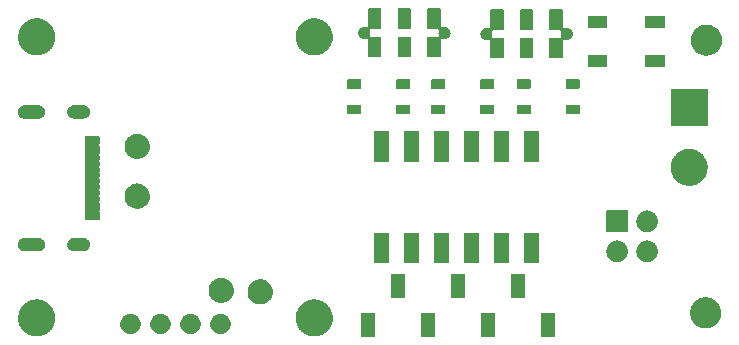
<source format=gbs>
%TF.GenerationSoftware,KiCad,Pcbnew,7.0.9-7.0.9~ubuntu22.04.1*%
%TF.CreationDate,2023-12-10T19:38:54+01:00*%
%TF.ProjectId,PD-LabSupply,50442d4c-6162-4537-9570-706c792e6b69,3.1*%
%TF.SameCoordinates,Original*%
%TF.FileFunction,Soldermask,Bot*%
%TF.FilePolarity,Negative*%
%FSLAX46Y46*%
G04 Gerber Fmt 4.6, Leading zero omitted, Abs format (unit mm)*
G04 Created by KiCad (PCBNEW 7.0.9-7.0.9~ubuntu22.04.1) date 2023-12-10 19:38:54*
%MOMM*%
%LPD*%
G01*
G04 APERTURE LIST*
G04 APERTURE END LIST*
G36*
X111283788Y-58089328D02*
G01*
X111306497Y-58104503D01*
X111321672Y-58127212D01*
X111327000Y-58154000D01*
X111327000Y-60054000D01*
X111321672Y-60080788D01*
X111306497Y-60103497D01*
X111283788Y-60118672D01*
X111257000Y-60124000D01*
X110257000Y-60124000D01*
X110230212Y-60118672D01*
X110207503Y-60103497D01*
X110192328Y-60080788D01*
X110187000Y-60054000D01*
X110187000Y-58154000D01*
X110192328Y-58127212D01*
X110207503Y-58104503D01*
X110230212Y-58089328D01*
X110257000Y-58084000D01*
X111257000Y-58084000D01*
X111283788Y-58089328D01*
G37*
G36*
X116363788Y-58089328D02*
G01*
X116386497Y-58104503D01*
X116401672Y-58127212D01*
X116407000Y-58154000D01*
X116407000Y-60054000D01*
X116401672Y-60080788D01*
X116386497Y-60103497D01*
X116363788Y-60118672D01*
X116337000Y-60124000D01*
X115337000Y-60124000D01*
X115310212Y-60118672D01*
X115287503Y-60103497D01*
X115272328Y-60080788D01*
X115267000Y-60054000D01*
X115267000Y-58154000D01*
X115272328Y-58127212D01*
X115287503Y-58104503D01*
X115310212Y-58089328D01*
X115337000Y-58084000D01*
X116337000Y-58084000D01*
X116363788Y-58089328D01*
G37*
G36*
X121443788Y-58089328D02*
G01*
X121466497Y-58104503D01*
X121481672Y-58127212D01*
X121487000Y-58154000D01*
X121487000Y-60054000D01*
X121481672Y-60080788D01*
X121466497Y-60103497D01*
X121443788Y-60118672D01*
X121417000Y-60124000D01*
X120417000Y-60124000D01*
X120390212Y-60118672D01*
X120367503Y-60103497D01*
X120352328Y-60080788D01*
X120347000Y-60054000D01*
X120347000Y-58154000D01*
X120352328Y-58127212D01*
X120367503Y-58104503D01*
X120390212Y-58089328D01*
X120417000Y-58084000D01*
X121417000Y-58084000D01*
X121443788Y-58089328D01*
G37*
G36*
X126523788Y-58089328D02*
G01*
X126546497Y-58104503D01*
X126561672Y-58127212D01*
X126567000Y-58154000D01*
X126567000Y-60054000D01*
X126561672Y-60080788D01*
X126546497Y-60103497D01*
X126523788Y-60118672D01*
X126497000Y-60124000D01*
X125497000Y-60124000D01*
X125470212Y-60118672D01*
X125447503Y-60103497D01*
X125432328Y-60080788D01*
X125427000Y-60054000D01*
X125427000Y-58154000D01*
X125432328Y-58127212D01*
X125447503Y-58104503D01*
X125470212Y-58089328D01*
X125497000Y-58084000D01*
X126497000Y-58084000D01*
X126523788Y-58089328D01*
G37*
G36*
X82750228Y-56956740D02*
G01*
X82807299Y-56956740D01*
X82869663Y-56966139D01*
X82935602Y-56971329D01*
X82988746Y-56984087D01*
X83039278Y-56991704D01*
X83105310Y-57012072D01*
X83175157Y-57028841D01*
X83220318Y-57047547D01*
X83263460Y-57060855D01*
X83331196Y-57093474D01*
X83402765Y-57123120D01*
X83439502Y-57145632D01*
X83474825Y-57162643D01*
X83542014Y-57208451D01*
X83612823Y-57251843D01*
X83641174Y-57276057D01*
X83668662Y-57294798D01*
X83732837Y-57354344D01*
X83800158Y-57411842D01*
X83820604Y-57435782D01*
X83840631Y-57454364D01*
X83899180Y-57527782D01*
X83960157Y-57599177D01*
X83973566Y-57621060D01*
X83986907Y-57637788D01*
X84037221Y-57724935D01*
X84088880Y-57809235D01*
X84096467Y-57827553D01*
X84104204Y-57840953D01*
X84143662Y-57941490D01*
X84183159Y-58036843D01*
X84186424Y-58050446D01*
X84189913Y-58059334D01*
X84216033Y-58173774D01*
X84240671Y-58276398D01*
X84241310Y-58284519D01*
X84242118Y-58288059D01*
X84252658Y-58428718D01*
X84260000Y-58522000D01*
X84252658Y-58615289D01*
X84242118Y-58755940D01*
X84241310Y-58759478D01*
X84240671Y-58767602D01*
X84216028Y-58870245D01*
X84189913Y-58984665D01*
X84186425Y-58993550D01*
X84183159Y-59007157D01*
X84143654Y-59102527D01*
X84104204Y-59203046D01*
X84096469Y-59216442D01*
X84088880Y-59234765D01*
X84037211Y-59319081D01*
X83986907Y-59406211D01*
X83973569Y-59422935D01*
X83960157Y-59444823D01*
X83899168Y-59516231D01*
X83840631Y-59589635D01*
X83820608Y-59608213D01*
X83800158Y-59632158D01*
X83732823Y-59689666D01*
X83668662Y-59749201D01*
X83641180Y-59767937D01*
X83612823Y-59792157D01*
X83541999Y-59835557D01*
X83474825Y-59881356D01*
X83439509Y-59898362D01*
X83402765Y-59920880D01*
X83331181Y-59950531D01*
X83263460Y-59983144D01*
X83220327Y-59996448D01*
X83175157Y-60015159D01*
X83105296Y-60031931D01*
X83039278Y-60052295D01*
X82988755Y-60059910D01*
X82935602Y-60072671D01*
X82869659Y-60077860D01*
X82807299Y-60087260D01*
X82750228Y-60087260D01*
X82690000Y-60092000D01*
X82629772Y-60087260D01*
X82572701Y-60087260D01*
X82510339Y-60077860D01*
X82444398Y-60072671D01*
X82391245Y-60059910D01*
X82340721Y-60052295D01*
X82274699Y-60031929D01*
X82204843Y-60015159D01*
X82159675Y-59996449D01*
X82116539Y-59983144D01*
X82048813Y-59950529D01*
X81977235Y-59920880D01*
X81940490Y-59898363D01*
X81905175Y-59881356D01*
X81837996Y-59835555D01*
X81767177Y-59792157D01*
X81738822Y-59767940D01*
X81711337Y-59749201D01*
X81647163Y-59689655D01*
X81579842Y-59632158D01*
X81559394Y-59608217D01*
X81539368Y-59589635D01*
X81480816Y-59516214D01*
X81419843Y-59444823D01*
X81406433Y-59422941D01*
X81393092Y-59406211D01*
X81342771Y-59319052D01*
X81291120Y-59234765D01*
X81283533Y-59216449D01*
X81275795Y-59203046D01*
X81236325Y-59102481D01*
X81196841Y-59007157D01*
X81193576Y-58993557D01*
X81190086Y-58984665D01*
X81163951Y-58870160D01*
X81139329Y-58767602D01*
X81138690Y-58759485D01*
X81137881Y-58755940D01*
X81127321Y-58615023D01*
X81120000Y-58522000D01*
X81127320Y-58428984D01*
X81137881Y-58288059D01*
X81138690Y-58284513D01*
X81139329Y-58276398D01*
X81163946Y-58173858D01*
X81190086Y-58059334D01*
X81193576Y-58050440D01*
X81196841Y-58036843D01*
X81236318Y-57941536D01*
X81275795Y-57840953D01*
X81283534Y-57827547D01*
X81291120Y-57809235D01*
X81342761Y-57724963D01*
X81393092Y-57637788D01*
X81406436Y-57621054D01*
X81419843Y-57599177D01*
X81480804Y-57527799D01*
X81539368Y-57454364D01*
X81559399Y-57435777D01*
X81579842Y-57411842D01*
X81647150Y-57354355D01*
X81711337Y-57294798D01*
X81738828Y-57276054D01*
X81767177Y-57251843D01*
X81837982Y-57208453D01*
X81905175Y-57162643D01*
X81940498Y-57145631D01*
X81977235Y-57123120D01*
X82048799Y-57093476D01*
X82116539Y-57060855D01*
X82159684Y-57047546D01*
X82204843Y-57028841D01*
X82274684Y-57012073D01*
X82340721Y-56991704D01*
X82391254Y-56984087D01*
X82444398Y-56971329D01*
X82510335Y-56966139D01*
X82572701Y-56956740D01*
X82629772Y-56956740D01*
X82690000Y-56952000D01*
X82750228Y-56956740D01*
G37*
G36*
X106250228Y-56956740D02*
G01*
X106307299Y-56956740D01*
X106369663Y-56966139D01*
X106435602Y-56971329D01*
X106488746Y-56984087D01*
X106539278Y-56991704D01*
X106605310Y-57012072D01*
X106675157Y-57028841D01*
X106720318Y-57047547D01*
X106763460Y-57060855D01*
X106831196Y-57093474D01*
X106902765Y-57123120D01*
X106939502Y-57145632D01*
X106974825Y-57162643D01*
X107042014Y-57208451D01*
X107112823Y-57251843D01*
X107141174Y-57276057D01*
X107168662Y-57294798D01*
X107232837Y-57354344D01*
X107300158Y-57411842D01*
X107320604Y-57435782D01*
X107340631Y-57454364D01*
X107399180Y-57527782D01*
X107460157Y-57599177D01*
X107473566Y-57621060D01*
X107486907Y-57637788D01*
X107537221Y-57724935D01*
X107588880Y-57809235D01*
X107596467Y-57827553D01*
X107604204Y-57840953D01*
X107643662Y-57941490D01*
X107683159Y-58036843D01*
X107686424Y-58050446D01*
X107689913Y-58059334D01*
X107716033Y-58173774D01*
X107740671Y-58276398D01*
X107741310Y-58284519D01*
X107742118Y-58288059D01*
X107752658Y-58428718D01*
X107760000Y-58522000D01*
X107752658Y-58615289D01*
X107742118Y-58755940D01*
X107741310Y-58759478D01*
X107740671Y-58767602D01*
X107716028Y-58870245D01*
X107689913Y-58984665D01*
X107686425Y-58993550D01*
X107683159Y-59007157D01*
X107643654Y-59102527D01*
X107604204Y-59203046D01*
X107596469Y-59216442D01*
X107588880Y-59234765D01*
X107537211Y-59319081D01*
X107486907Y-59406211D01*
X107473569Y-59422935D01*
X107460157Y-59444823D01*
X107399168Y-59516231D01*
X107340631Y-59589635D01*
X107320608Y-59608213D01*
X107300158Y-59632158D01*
X107232823Y-59689666D01*
X107168662Y-59749201D01*
X107141180Y-59767937D01*
X107112823Y-59792157D01*
X107041999Y-59835557D01*
X106974825Y-59881356D01*
X106939509Y-59898362D01*
X106902765Y-59920880D01*
X106831181Y-59950531D01*
X106763460Y-59983144D01*
X106720327Y-59996448D01*
X106675157Y-60015159D01*
X106605296Y-60031931D01*
X106539278Y-60052295D01*
X106488755Y-60059910D01*
X106435602Y-60072671D01*
X106369659Y-60077860D01*
X106307299Y-60087260D01*
X106250228Y-60087260D01*
X106190000Y-60092000D01*
X106129772Y-60087260D01*
X106072701Y-60087260D01*
X106010339Y-60077860D01*
X105944398Y-60072671D01*
X105891245Y-60059910D01*
X105840721Y-60052295D01*
X105774699Y-60031929D01*
X105704843Y-60015159D01*
X105659675Y-59996449D01*
X105616539Y-59983144D01*
X105548813Y-59950529D01*
X105477235Y-59920880D01*
X105440490Y-59898363D01*
X105405175Y-59881356D01*
X105337996Y-59835555D01*
X105267177Y-59792157D01*
X105238822Y-59767940D01*
X105211337Y-59749201D01*
X105147163Y-59689655D01*
X105079842Y-59632158D01*
X105059394Y-59608217D01*
X105039368Y-59589635D01*
X104980816Y-59516214D01*
X104919843Y-59444823D01*
X104906433Y-59422941D01*
X104893092Y-59406211D01*
X104842771Y-59319052D01*
X104791120Y-59234765D01*
X104783533Y-59216449D01*
X104775795Y-59203046D01*
X104736325Y-59102481D01*
X104696841Y-59007157D01*
X104693576Y-58993557D01*
X104690086Y-58984665D01*
X104663951Y-58870160D01*
X104639329Y-58767602D01*
X104638690Y-58759485D01*
X104637881Y-58755940D01*
X104627321Y-58615023D01*
X104620000Y-58522000D01*
X104627320Y-58428984D01*
X104637881Y-58288059D01*
X104638690Y-58284513D01*
X104639329Y-58276398D01*
X104663946Y-58173858D01*
X104690086Y-58059334D01*
X104693576Y-58050440D01*
X104696841Y-58036843D01*
X104736318Y-57941536D01*
X104775795Y-57840953D01*
X104783534Y-57827547D01*
X104791120Y-57809235D01*
X104842761Y-57724963D01*
X104893092Y-57637788D01*
X104906436Y-57621054D01*
X104919843Y-57599177D01*
X104980804Y-57527799D01*
X105039368Y-57454364D01*
X105059399Y-57435777D01*
X105079842Y-57411842D01*
X105147150Y-57354355D01*
X105211337Y-57294798D01*
X105238828Y-57276054D01*
X105267177Y-57251843D01*
X105337982Y-57208453D01*
X105405175Y-57162643D01*
X105440498Y-57145631D01*
X105477235Y-57123120D01*
X105548799Y-57093476D01*
X105616539Y-57060855D01*
X105659684Y-57047546D01*
X105704843Y-57028841D01*
X105774684Y-57012073D01*
X105840721Y-56991704D01*
X105891254Y-56984087D01*
X105944398Y-56971329D01*
X106010335Y-56966139D01*
X106072701Y-56956740D01*
X106129772Y-56956740D01*
X106190000Y-56952000D01*
X106250228Y-56956740D01*
G37*
G36*
X90672255Y-58156766D02*
G01*
X90720940Y-58156766D01*
X90762982Y-58165702D01*
X90799608Y-58169310D01*
X90845624Y-58183268D01*
X90898845Y-58194581D01*
X90932895Y-58209741D01*
X90962706Y-58218784D01*
X91010079Y-58244105D01*
X91065000Y-58268558D01*
X91090535Y-58287110D01*
X91113009Y-58299123D01*
X91158850Y-58336744D01*
X91212144Y-58375464D01*
X91229447Y-58394681D01*
X91244755Y-58407244D01*
X91285892Y-58457369D01*
X91333845Y-58510627D01*
X91343919Y-58528076D01*
X91352876Y-58538990D01*
X91386009Y-58600978D01*
X91424785Y-58668139D01*
X91429244Y-58681865D01*
X91433215Y-58689293D01*
X91455102Y-58761448D01*
X91480988Y-58841117D01*
X91481899Y-58849787D01*
X91482689Y-58852391D01*
X91490379Y-58930464D01*
X91500000Y-59022000D01*
X91490378Y-59113543D01*
X91482689Y-59191608D01*
X91481899Y-59194210D01*
X91480988Y-59202883D01*
X91455098Y-59282565D01*
X91433215Y-59354706D01*
X91429245Y-59362131D01*
X91424785Y-59375861D01*
X91386002Y-59443033D01*
X91352876Y-59505009D01*
X91343921Y-59515920D01*
X91333845Y-59533373D01*
X91285882Y-59586640D01*
X91244755Y-59636755D01*
X91229450Y-59649314D01*
X91212144Y-59668536D01*
X91158840Y-59707263D01*
X91113009Y-59744876D01*
X91090540Y-59756885D01*
X91065000Y-59775442D01*
X91010068Y-59799899D01*
X90962706Y-59825215D01*
X90932902Y-59834255D01*
X90898845Y-59849419D01*
X90845613Y-59860733D01*
X90799608Y-59874689D01*
X90762991Y-59878295D01*
X90720940Y-59887234D01*
X90672245Y-59887234D01*
X90630000Y-59891395D01*
X90587755Y-59887234D01*
X90539060Y-59887234D01*
X90497009Y-59878295D01*
X90460391Y-59874689D01*
X90414383Y-59860733D01*
X90361155Y-59849419D01*
X90327099Y-59834256D01*
X90297293Y-59825215D01*
X90249925Y-59799896D01*
X90195000Y-59775442D01*
X90169461Y-59756887D01*
X90146990Y-59744876D01*
X90101150Y-59707256D01*
X90047856Y-59668536D01*
X90030552Y-59649317D01*
X90015244Y-59636755D01*
X89974105Y-59586627D01*
X89926155Y-59533373D01*
X89916080Y-59515924D01*
X89907123Y-59505009D01*
X89873983Y-59443010D01*
X89835215Y-59375861D01*
X89830755Y-59362136D01*
X89826784Y-59354706D01*
X89804886Y-59282518D01*
X89779012Y-59202883D01*
X89778101Y-59194215D01*
X89777310Y-59191608D01*
X89769605Y-59113391D01*
X89760000Y-59022000D01*
X89769605Y-58930616D01*
X89777310Y-58852391D01*
X89778101Y-58849782D01*
X89779012Y-58841117D01*
X89804882Y-58761495D01*
X89826784Y-58689293D01*
X89830756Y-58681860D01*
X89835215Y-58668139D01*
X89873976Y-58601001D01*
X89907123Y-58538990D01*
X89916082Y-58528072D01*
X89926155Y-58510627D01*
X89974096Y-58457382D01*
X90015244Y-58407244D01*
X90030555Y-58394678D01*
X90047856Y-58375464D01*
X90101140Y-58336750D01*
X90146990Y-58299123D01*
X90169467Y-58287108D01*
X90195000Y-58268558D01*
X90249914Y-58244108D01*
X90297293Y-58218784D01*
X90327106Y-58209740D01*
X90361155Y-58194581D01*
X90414372Y-58183269D01*
X90460391Y-58169310D01*
X90497017Y-58165702D01*
X90539060Y-58156766D01*
X90587745Y-58156766D01*
X90630000Y-58152604D01*
X90672255Y-58156766D01*
G37*
G36*
X93212255Y-58156766D02*
G01*
X93260940Y-58156766D01*
X93302982Y-58165702D01*
X93339608Y-58169310D01*
X93385624Y-58183268D01*
X93438845Y-58194581D01*
X93472895Y-58209741D01*
X93502706Y-58218784D01*
X93550079Y-58244105D01*
X93605000Y-58268558D01*
X93630535Y-58287110D01*
X93653009Y-58299123D01*
X93698850Y-58336744D01*
X93752144Y-58375464D01*
X93769447Y-58394681D01*
X93784755Y-58407244D01*
X93825892Y-58457369D01*
X93873845Y-58510627D01*
X93883919Y-58528076D01*
X93892876Y-58538990D01*
X93926009Y-58600978D01*
X93964785Y-58668139D01*
X93969244Y-58681865D01*
X93973215Y-58689293D01*
X93995102Y-58761448D01*
X94020988Y-58841117D01*
X94021899Y-58849787D01*
X94022689Y-58852391D01*
X94030379Y-58930464D01*
X94040000Y-59022000D01*
X94030378Y-59113543D01*
X94022689Y-59191608D01*
X94021899Y-59194210D01*
X94020988Y-59202883D01*
X93995098Y-59282565D01*
X93973215Y-59354706D01*
X93969245Y-59362131D01*
X93964785Y-59375861D01*
X93926002Y-59443033D01*
X93892876Y-59505009D01*
X93883921Y-59515920D01*
X93873845Y-59533373D01*
X93825882Y-59586640D01*
X93784755Y-59636755D01*
X93769450Y-59649314D01*
X93752144Y-59668536D01*
X93698840Y-59707263D01*
X93653009Y-59744876D01*
X93630540Y-59756885D01*
X93605000Y-59775442D01*
X93550068Y-59799899D01*
X93502706Y-59825215D01*
X93472902Y-59834255D01*
X93438845Y-59849419D01*
X93385613Y-59860733D01*
X93339608Y-59874689D01*
X93302991Y-59878295D01*
X93260940Y-59887234D01*
X93212245Y-59887234D01*
X93170000Y-59891395D01*
X93127755Y-59887234D01*
X93079060Y-59887234D01*
X93037009Y-59878295D01*
X93000391Y-59874689D01*
X92954383Y-59860733D01*
X92901155Y-59849419D01*
X92867099Y-59834256D01*
X92837293Y-59825215D01*
X92789925Y-59799896D01*
X92735000Y-59775442D01*
X92709461Y-59756887D01*
X92686990Y-59744876D01*
X92641150Y-59707256D01*
X92587856Y-59668536D01*
X92570552Y-59649317D01*
X92555244Y-59636755D01*
X92514105Y-59586627D01*
X92466155Y-59533373D01*
X92456080Y-59515924D01*
X92447123Y-59505009D01*
X92413983Y-59443010D01*
X92375215Y-59375861D01*
X92370755Y-59362136D01*
X92366784Y-59354706D01*
X92344886Y-59282518D01*
X92319012Y-59202883D01*
X92318101Y-59194215D01*
X92317310Y-59191608D01*
X92309605Y-59113391D01*
X92300000Y-59022000D01*
X92309605Y-58930616D01*
X92317310Y-58852391D01*
X92318101Y-58849782D01*
X92319012Y-58841117D01*
X92344882Y-58761495D01*
X92366784Y-58689293D01*
X92370756Y-58681860D01*
X92375215Y-58668139D01*
X92413976Y-58601001D01*
X92447123Y-58538990D01*
X92456082Y-58528072D01*
X92466155Y-58510627D01*
X92514096Y-58457382D01*
X92555244Y-58407244D01*
X92570555Y-58394678D01*
X92587856Y-58375464D01*
X92641140Y-58336750D01*
X92686990Y-58299123D01*
X92709467Y-58287108D01*
X92735000Y-58268558D01*
X92789914Y-58244108D01*
X92837293Y-58218784D01*
X92867106Y-58209740D01*
X92901155Y-58194581D01*
X92954372Y-58183269D01*
X93000391Y-58169310D01*
X93037017Y-58165702D01*
X93079060Y-58156766D01*
X93127745Y-58156766D01*
X93170000Y-58152604D01*
X93212255Y-58156766D01*
G37*
G36*
X95752255Y-58156766D02*
G01*
X95800940Y-58156766D01*
X95842982Y-58165702D01*
X95879608Y-58169310D01*
X95925624Y-58183268D01*
X95978845Y-58194581D01*
X96012895Y-58209741D01*
X96042706Y-58218784D01*
X96090079Y-58244105D01*
X96145000Y-58268558D01*
X96170535Y-58287110D01*
X96193009Y-58299123D01*
X96238850Y-58336744D01*
X96292144Y-58375464D01*
X96309447Y-58394681D01*
X96324755Y-58407244D01*
X96365892Y-58457369D01*
X96413845Y-58510627D01*
X96423919Y-58528076D01*
X96432876Y-58538990D01*
X96466009Y-58600978D01*
X96504785Y-58668139D01*
X96509244Y-58681865D01*
X96513215Y-58689293D01*
X96535102Y-58761448D01*
X96560988Y-58841117D01*
X96561899Y-58849787D01*
X96562689Y-58852391D01*
X96570379Y-58930464D01*
X96580000Y-59022000D01*
X96570378Y-59113543D01*
X96562689Y-59191608D01*
X96561899Y-59194210D01*
X96560988Y-59202883D01*
X96535098Y-59282565D01*
X96513215Y-59354706D01*
X96509245Y-59362131D01*
X96504785Y-59375861D01*
X96466002Y-59443033D01*
X96432876Y-59505009D01*
X96423921Y-59515920D01*
X96413845Y-59533373D01*
X96365882Y-59586640D01*
X96324755Y-59636755D01*
X96309450Y-59649314D01*
X96292144Y-59668536D01*
X96238840Y-59707263D01*
X96193009Y-59744876D01*
X96170540Y-59756885D01*
X96145000Y-59775442D01*
X96090068Y-59799899D01*
X96042706Y-59825215D01*
X96012902Y-59834255D01*
X95978845Y-59849419D01*
X95925613Y-59860733D01*
X95879608Y-59874689D01*
X95842991Y-59878295D01*
X95800940Y-59887234D01*
X95752245Y-59887234D01*
X95710000Y-59891395D01*
X95667755Y-59887234D01*
X95619060Y-59887234D01*
X95577009Y-59878295D01*
X95540391Y-59874689D01*
X95494383Y-59860733D01*
X95441155Y-59849419D01*
X95407099Y-59834256D01*
X95377293Y-59825215D01*
X95329925Y-59799896D01*
X95275000Y-59775442D01*
X95249461Y-59756887D01*
X95226990Y-59744876D01*
X95181150Y-59707256D01*
X95127856Y-59668536D01*
X95110552Y-59649317D01*
X95095244Y-59636755D01*
X95054105Y-59586627D01*
X95006155Y-59533373D01*
X94996080Y-59515924D01*
X94987123Y-59505009D01*
X94953983Y-59443010D01*
X94915215Y-59375861D01*
X94910755Y-59362136D01*
X94906784Y-59354706D01*
X94884886Y-59282518D01*
X94859012Y-59202883D01*
X94858101Y-59194215D01*
X94857310Y-59191608D01*
X94849605Y-59113391D01*
X94840000Y-59022000D01*
X94849605Y-58930616D01*
X94857310Y-58852391D01*
X94858101Y-58849782D01*
X94859012Y-58841117D01*
X94884882Y-58761495D01*
X94906784Y-58689293D01*
X94910756Y-58681860D01*
X94915215Y-58668139D01*
X94953976Y-58601001D01*
X94987123Y-58538990D01*
X94996082Y-58528072D01*
X95006155Y-58510627D01*
X95054096Y-58457382D01*
X95095244Y-58407244D01*
X95110555Y-58394678D01*
X95127856Y-58375464D01*
X95181140Y-58336750D01*
X95226990Y-58299123D01*
X95249467Y-58287108D01*
X95275000Y-58268558D01*
X95329914Y-58244108D01*
X95377293Y-58218784D01*
X95407106Y-58209740D01*
X95441155Y-58194581D01*
X95494372Y-58183269D01*
X95540391Y-58169310D01*
X95577017Y-58165702D01*
X95619060Y-58156766D01*
X95667745Y-58156766D01*
X95710000Y-58152604D01*
X95752255Y-58156766D01*
G37*
G36*
X98292255Y-58156766D02*
G01*
X98340940Y-58156766D01*
X98382982Y-58165702D01*
X98419608Y-58169310D01*
X98465624Y-58183268D01*
X98518845Y-58194581D01*
X98552895Y-58209741D01*
X98582706Y-58218784D01*
X98630079Y-58244105D01*
X98685000Y-58268558D01*
X98710535Y-58287110D01*
X98733009Y-58299123D01*
X98778850Y-58336744D01*
X98832144Y-58375464D01*
X98849447Y-58394681D01*
X98864755Y-58407244D01*
X98905892Y-58457369D01*
X98953845Y-58510627D01*
X98963919Y-58528076D01*
X98972876Y-58538990D01*
X99006009Y-58600978D01*
X99044785Y-58668139D01*
X99049244Y-58681865D01*
X99053215Y-58689293D01*
X99075102Y-58761448D01*
X99100988Y-58841117D01*
X99101899Y-58849787D01*
X99102689Y-58852391D01*
X99110379Y-58930464D01*
X99120000Y-59022000D01*
X99110378Y-59113543D01*
X99102689Y-59191608D01*
X99101899Y-59194210D01*
X99100988Y-59202883D01*
X99075098Y-59282565D01*
X99053215Y-59354706D01*
X99049245Y-59362131D01*
X99044785Y-59375861D01*
X99006002Y-59443033D01*
X98972876Y-59505009D01*
X98963921Y-59515920D01*
X98953845Y-59533373D01*
X98905882Y-59586640D01*
X98864755Y-59636755D01*
X98849450Y-59649314D01*
X98832144Y-59668536D01*
X98778840Y-59707263D01*
X98733009Y-59744876D01*
X98710540Y-59756885D01*
X98685000Y-59775442D01*
X98630068Y-59799899D01*
X98582706Y-59825215D01*
X98552902Y-59834255D01*
X98518845Y-59849419D01*
X98465613Y-59860733D01*
X98419608Y-59874689D01*
X98382991Y-59878295D01*
X98340940Y-59887234D01*
X98292245Y-59887234D01*
X98250000Y-59891395D01*
X98207755Y-59887234D01*
X98159060Y-59887234D01*
X98117009Y-59878295D01*
X98080391Y-59874689D01*
X98034383Y-59860733D01*
X97981155Y-59849419D01*
X97947099Y-59834256D01*
X97917293Y-59825215D01*
X97869925Y-59799896D01*
X97815000Y-59775442D01*
X97789461Y-59756887D01*
X97766990Y-59744876D01*
X97721150Y-59707256D01*
X97667856Y-59668536D01*
X97650552Y-59649317D01*
X97635244Y-59636755D01*
X97594105Y-59586627D01*
X97546155Y-59533373D01*
X97536080Y-59515924D01*
X97527123Y-59505009D01*
X97493983Y-59443010D01*
X97455215Y-59375861D01*
X97450755Y-59362136D01*
X97446784Y-59354706D01*
X97424886Y-59282518D01*
X97399012Y-59202883D01*
X97398101Y-59194215D01*
X97397310Y-59191608D01*
X97389605Y-59113391D01*
X97380000Y-59022000D01*
X97389605Y-58930616D01*
X97397310Y-58852391D01*
X97398101Y-58849782D01*
X97399012Y-58841117D01*
X97424882Y-58761495D01*
X97446784Y-58689293D01*
X97450756Y-58681860D01*
X97455215Y-58668139D01*
X97493976Y-58601001D01*
X97527123Y-58538990D01*
X97536082Y-58528072D01*
X97546155Y-58510627D01*
X97594096Y-58457382D01*
X97635244Y-58407244D01*
X97650555Y-58394678D01*
X97667856Y-58375464D01*
X97721140Y-58336750D01*
X97766990Y-58299123D01*
X97789467Y-58287108D01*
X97815000Y-58268558D01*
X97869914Y-58244108D01*
X97917293Y-58218784D01*
X97947106Y-58209740D01*
X97981155Y-58194581D01*
X98034372Y-58183269D01*
X98080391Y-58169310D01*
X98117017Y-58165702D01*
X98159060Y-58156766D01*
X98207745Y-58156766D01*
X98250000Y-58152604D01*
X98292255Y-58156766D01*
G37*
G36*
X139388407Y-56774935D02*
G01*
X139440969Y-56774935D01*
X139498899Y-56784601D01*
X139561216Y-56790054D01*
X139610157Y-56803167D01*
X139655936Y-56810807D01*
X139717344Y-56831888D01*
X139783467Y-56849606D01*
X139823972Y-56868493D01*
X139862065Y-56881571D01*
X139924653Y-56915442D01*
X139992000Y-56946846D01*
X140023701Y-56969043D01*
X140053739Y-56985299D01*
X140114881Y-57032888D01*
X140180480Y-57078821D01*
X140203601Y-57101942D01*
X140225716Y-57119155D01*
X140282526Y-57180867D01*
X140343179Y-57241520D01*
X140358487Y-57263383D01*
X140373328Y-57279504D01*
X140422845Y-57355295D01*
X140475154Y-57430000D01*
X140483883Y-57448720D01*
X140492528Y-57461952D01*
X140531764Y-57551401D01*
X140572394Y-57638533D01*
X140576177Y-57652654D01*
X140580074Y-57661537D01*
X140606162Y-57764557D01*
X140631946Y-57860784D01*
X140632693Y-57869328D01*
X140633574Y-57872805D01*
X140643890Y-57997313D01*
X140652000Y-58090000D01*
X140643890Y-58182694D01*
X140633574Y-58307194D01*
X140632693Y-58310670D01*
X140631946Y-58319216D01*
X140606157Y-58415459D01*
X140580074Y-58518462D01*
X140576178Y-58527342D01*
X140572394Y-58541467D01*
X140531756Y-58628614D01*
X140492528Y-58718047D01*
X140483885Y-58731275D01*
X140475154Y-58750000D01*
X140422835Y-58824718D01*
X140373328Y-58900495D01*
X140358490Y-58916612D01*
X140343179Y-58938480D01*
X140282514Y-58999144D01*
X140225716Y-59060844D01*
X140203605Y-59078053D01*
X140180480Y-59101179D01*
X140114869Y-59147120D01*
X140053739Y-59194700D01*
X140023707Y-59210951D01*
X139992000Y-59233154D01*
X139924640Y-59264564D01*
X139862065Y-59298428D01*
X139823980Y-59311502D01*
X139783467Y-59330394D01*
X139717331Y-59348114D01*
X139655936Y-59369192D01*
X139610165Y-59376830D01*
X139561216Y-59389946D01*
X139498895Y-59395398D01*
X139440969Y-59405065D01*
X139388407Y-59405065D01*
X139332000Y-59410000D01*
X139275593Y-59405065D01*
X139223031Y-59405065D01*
X139165103Y-59395398D01*
X139102784Y-59389946D01*
X139053835Y-59376830D01*
X139008063Y-59369192D01*
X138946664Y-59348113D01*
X138880533Y-59330394D01*
X138840022Y-59311503D01*
X138801934Y-59298428D01*
X138739352Y-59264560D01*
X138672000Y-59233154D01*
X138640295Y-59210954D01*
X138610260Y-59194700D01*
X138549120Y-59147113D01*
X138483520Y-59101179D01*
X138460397Y-59078056D01*
X138438283Y-59060844D01*
X138381472Y-58999131D01*
X138320821Y-58938480D01*
X138305512Y-58916616D01*
X138290671Y-58900495D01*
X138241149Y-58824697D01*
X138188846Y-58750000D01*
X138180117Y-58731280D01*
X138171471Y-58718047D01*
X138132226Y-58628577D01*
X138091606Y-58541467D01*
X138087822Y-58527348D01*
X138083925Y-58518462D01*
X138057824Y-58415391D01*
X138032054Y-58319216D01*
X138031306Y-58310676D01*
X138030425Y-58307194D01*
X138020090Y-58182478D01*
X138012000Y-58090000D01*
X138020090Y-57997529D01*
X138030425Y-57872805D01*
X138031307Y-57869321D01*
X138032054Y-57860784D01*
X138057819Y-57764625D01*
X138083925Y-57661537D01*
X138087823Y-57652649D01*
X138091606Y-57638533D01*
X138132218Y-57551437D01*
X138171471Y-57461952D01*
X138180118Y-57448715D01*
X138188846Y-57430000D01*
X138241139Y-57355316D01*
X138290671Y-57279504D01*
X138305515Y-57263378D01*
X138320821Y-57241520D01*
X138381461Y-57180879D01*
X138438283Y-57119155D01*
X138460402Y-57101938D01*
X138483520Y-57078821D01*
X138549108Y-57032895D01*
X138610260Y-56985299D01*
X138640301Y-56969041D01*
X138672000Y-56946846D01*
X138739338Y-56915445D01*
X138801934Y-56881571D01*
X138840030Y-56868492D01*
X138880533Y-56849606D01*
X138946650Y-56831889D01*
X139008063Y-56810807D01*
X139053843Y-56803167D01*
X139102784Y-56790054D01*
X139165100Y-56784601D01*
X139223031Y-56774935D01*
X139275593Y-56774935D01*
X139332000Y-56770000D01*
X139388407Y-56774935D01*
G37*
G36*
X101664760Y-55247098D02*
G01*
X101711677Y-55247098D01*
X101763930Y-55256865D01*
X101821747Y-55262560D01*
X101865664Y-55275882D01*
X101905674Y-55283361D01*
X101961087Y-55304828D01*
X102022471Y-55323449D01*
X102057546Y-55342197D01*
X102089703Y-55354655D01*
X102145577Y-55389250D01*
X102207460Y-55422328D01*
X102233459Y-55443665D01*
X102257496Y-55458548D01*
X102310755Y-55507099D01*
X102369604Y-55555396D01*
X102387043Y-55576645D01*
X102403342Y-55591504D01*
X102450659Y-55654163D01*
X102502672Y-55717540D01*
X102512729Y-55736356D01*
X102522276Y-55748998D01*
X102560245Y-55825252D01*
X102601551Y-55902529D01*
X102605957Y-55917055D01*
X102610245Y-55925666D01*
X102635578Y-56014701D01*
X102662440Y-56103253D01*
X102663322Y-56112210D01*
X102664254Y-56115485D01*
X102673941Y-56220026D01*
X102683000Y-56312000D01*
X102673940Y-56403981D01*
X102664254Y-56508514D01*
X102663322Y-56511788D01*
X102662440Y-56520747D01*
X102635573Y-56609313D01*
X102610245Y-56698333D01*
X102605958Y-56706941D01*
X102601551Y-56721471D01*
X102560238Y-56798761D01*
X102522276Y-56875001D01*
X102512731Y-56887639D01*
X102502672Y-56906460D01*
X102450650Y-56969848D01*
X102403342Y-57032495D01*
X102387046Y-57047350D01*
X102369604Y-57068604D01*
X102310744Y-57116909D01*
X102257496Y-57165451D01*
X102233464Y-57180330D01*
X102207460Y-57201672D01*
X102145565Y-57234755D01*
X102089703Y-57269344D01*
X102057553Y-57281798D01*
X102022471Y-57300551D01*
X101961075Y-57319175D01*
X101905674Y-57340638D01*
X101865671Y-57348115D01*
X101821747Y-57361440D01*
X101763927Y-57367134D01*
X101711677Y-57376902D01*
X101664760Y-57376902D01*
X101613000Y-57382000D01*
X101561240Y-57376902D01*
X101514323Y-57376902D01*
X101462072Y-57367134D01*
X101404253Y-57361440D01*
X101360330Y-57348116D01*
X101320325Y-57340638D01*
X101264920Y-57319173D01*
X101203529Y-57300551D01*
X101168448Y-57281800D01*
X101136296Y-57269344D01*
X101080427Y-57234751D01*
X101018540Y-57201672D01*
X100992538Y-57180333D01*
X100968503Y-57165451D01*
X100915245Y-57116900D01*
X100856396Y-57068604D01*
X100838956Y-57047354D01*
X100822657Y-57032495D01*
X100775336Y-56969833D01*
X100723328Y-56906460D01*
X100713270Y-56887644D01*
X100703723Y-56875001D01*
X100665747Y-56798734D01*
X100624449Y-56721471D01*
X100620043Y-56706946D01*
X100615754Y-56698333D01*
X100590410Y-56609260D01*
X100563560Y-56520747D01*
X100562678Y-56511793D01*
X100561745Y-56508514D01*
X100552042Y-56403809D01*
X100543000Y-56312000D01*
X100552041Y-56220197D01*
X100561745Y-56115485D01*
X100562678Y-56112204D01*
X100563560Y-56103253D01*
X100590405Y-56014754D01*
X100615754Y-55925666D01*
X100620043Y-55917050D01*
X100624449Y-55902529D01*
X100665739Y-55825279D01*
X100703723Y-55748998D01*
X100713272Y-55736352D01*
X100723328Y-55717540D01*
X100775327Y-55654178D01*
X100822657Y-55591504D01*
X100838959Y-55576641D01*
X100856396Y-55555396D01*
X100915234Y-55507108D01*
X100968503Y-55458548D01*
X100992543Y-55443662D01*
X101018540Y-55422328D01*
X101080415Y-55389254D01*
X101136296Y-55354655D01*
X101168455Y-55342196D01*
X101203529Y-55323449D01*
X101264908Y-55304829D01*
X101320325Y-55283361D01*
X101360337Y-55275881D01*
X101404253Y-55262560D01*
X101462068Y-55256865D01*
X101514323Y-55247098D01*
X101561240Y-55247098D01*
X101613000Y-55242000D01*
X101664760Y-55247098D01*
G37*
G36*
X98362760Y-55120098D02*
G01*
X98409677Y-55120098D01*
X98461930Y-55129865D01*
X98519747Y-55135560D01*
X98563664Y-55148882D01*
X98603674Y-55156361D01*
X98659087Y-55177828D01*
X98720471Y-55196449D01*
X98755546Y-55215197D01*
X98787703Y-55227655D01*
X98843577Y-55262250D01*
X98905460Y-55295328D01*
X98931459Y-55316665D01*
X98955496Y-55331548D01*
X99008755Y-55380099D01*
X99067604Y-55428396D01*
X99085043Y-55449645D01*
X99101342Y-55464504D01*
X99148659Y-55527163D01*
X99200672Y-55590540D01*
X99210729Y-55609356D01*
X99220276Y-55621998D01*
X99258245Y-55698252D01*
X99299551Y-55775529D01*
X99303957Y-55790055D01*
X99308245Y-55798666D01*
X99333578Y-55887701D01*
X99360440Y-55976253D01*
X99361322Y-55985210D01*
X99362254Y-55988485D01*
X99371941Y-56093026D01*
X99381000Y-56185000D01*
X99371940Y-56276981D01*
X99362254Y-56381514D01*
X99361322Y-56384788D01*
X99360440Y-56393747D01*
X99333573Y-56482313D01*
X99308245Y-56571333D01*
X99303958Y-56579941D01*
X99299551Y-56594471D01*
X99258238Y-56671761D01*
X99220276Y-56748001D01*
X99210731Y-56760639D01*
X99200672Y-56779460D01*
X99148650Y-56842848D01*
X99101342Y-56905495D01*
X99085046Y-56920350D01*
X99067604Y-56941604D01*
X99008744Y-56989909D01*
X98955496Y-57038451D01*
X98931464Y-57053330D01*
X98905460Y-57074672D01*
X98843565Y-57107755D01*
X98787703Y-57142344D01*
X98755553Y-57154798D01*
X98720471Y-57173551D01*
X98659075Y-57192175D01*
X98603674Y-57213638D01*
X98563671Y-57221115D01*
X98519747Y-57234440D01*
X98461927Y-57240134D01*
X98409677Y-57249902D01*
X98362760Y-57249902D01*
X98311000Y-57255000D01*
X98259240Y-57249902D01*
X98212323Y-57249902D01*
X98160072Y-57240134D01*
X98102253Y-57234440D01*
X98058330Y-57221116D01*
X98018325Y-57213638D01*
X97962920Y-57192173D01*
X97901529Y-57173551D01*
X97866448Y-57154800D01*
X97834296Y-57142344D01*
X97778427Y-57107751D01*
X97716540Y-57074672D01*
X97690538Y-57053333D01*
X97666503Y-57038451D01*
X97613245Y-56989900D01*
X97554396Y-56941604D01*
X97536956Y-56920354D01*
X97520657Y-56905495D01*
X97473336Y-56842833D01*
X97421328Y-56779460D01*
X97411270Y-56760644D01*
X97401723Y-56748001D01*
X97363747Y-56671734D01*
X97322449Y-56594471D01*
X97318043Y-56579946D01*
X97313754Y-56571333D01*
X97288410Y-56482260D01*
X97261560Y-56393747D01*
X97260678Y-56384793D01*
X97259745Y-56381514D01*
X97250042Y-56276809D01*
X97241000Y-56185000D01*
X97250041Y-56093197D01*
X97259745Y-55988485D01*
X97260678Y-55985204D01*
X97261560Y-55976253D01*
X97288405Y-55887754D01*
X97313754Y-55798666D01*
X97318043Y-55790050D01*
X97322449Y-55775529D01*
X97363739Y-55698279D01*
X97401723Y-55621998D01*
X97411272Y-55609352D01*
X97421328Y-55590540D01*
X97473327Y-55527178D01*
X97520657Y-55464504D01*
X97536959Y-55449641D01*
X97554396Y-55428396D01*
X97613234Y-55380108D01*
X97666503Y-55331548D01*
X97690543Y-55316662D01*
X97716540Y-55295328D01*
X97778415Y-55262254D01*
X97834296Y-55227655D01*
X97866455Y-55215196D01*
X97901529Y-55196449D01*
X97962908Y-55177829D01*
X98018325Y-55156361D01*
X98058337Y-55148881D01*
X98102253Y-55135560D01*
X98160068Y-55129865D01*
X98212323Y-55120098D01*
X98259240Y-55120098D01*
X98311000Y-55115000D01*
X98362760Y-55120098D01*
G37*
G36*
X113823788Y-54789328D02*
G01*
X113846497Y-54804503D01*
X113861672Y-54827212D01*
X113867000Y-54854000D01*
X113867000Y-56754000D01*
X113861672Y-56780788D01*
X113846497Y-56803497D01*
X113823788Y-56818672D01*
X113797000Y-56824000D01*
X112797000Y-56824000D01*
X112770212Y-56818672D01*
X112747503Y-56803497D01*
X112732328Y-56780788D01*
X112727000Y-56754000D01*
X112727000Y-54854000D01*
X112732328Y-54827212D01*
X112747503Y-54804503D01*
X112770212Y-54789328D01*
X112797000Y-54784000D01*
X113797000Y-54784000D01*
X113823788Y-54789328D01*
G37*
G36*
X118903788Y-54789328D02*
G01*
X118926497Y-54804503D01*
X118941672Y-54827212D01*
X118947000Y-54854000D01*
X118947000Y-56754000D01*
X118941672Y-56780788D01*
X118926497Y-56803497D01*
X118903788Y-56818672D01*
X118877000Y-56824000D01*
X117877000Y-56824000D01*
X117850212Y-56818672D01*
X117827503Y-56803497D01*
X117812328Y-56780788D01*
X117807000Y-56754000D01*
X117807000Y-54854000D01*
X117812328Y-54827212D01*
X117827503Y-54804503D01*
X117850212Y-54789328D01*
X117877000Y-54784000D01*
X118877000Y-54784000D01*
X118903788Y-54789328D01*
G37*
G36*
X123983788Y-54789328D02*
G01*
X124006497Y-54804503D01*
X124021672Y-54827212D01*
X124027000Y-54854000D01*
X124027000Y-56754000D01*
X124021672Y-56780788D01*
X124006497Y-56803497D01*
X123983788Y-56818672D01*
X123957000Y-56824000D01*
X122957000Y-56824000D01*
X122930212Y-56818672D01*
X122907503Y-56803497D01*
X122892328Y-56780788D01*
X122887000Y-56754000D01*
X122887000Y-54854000D01*
X122892328Y-54827212D01*
X122907503Y-54804503D01*
X122930212Y-54789328D01*
X122957000Y-54784000D01*
X123957000Y-54784000D01*
X123983788Y-54789328D01*
G37*
G36*
X112486788Y-51331328D02*
G01*
X112509497Y-51346503D01*
X112524672Y-51369212D01*
X112530000Y-51396000D01*
X112530000Y-53836000D01*
X112524672Y-53862788D01*
X112509497Y-53885497D01*
X112486788Y-53900672D01*
X112460000Y-53906000D01*
X111340000Y-53906000D01*
X111313212Y-53900672D01*
X111290503Y-53885497D01*
X111275328Y-53862788D01*
X111270000Y-53836000D01*
X111270000Y-51396000D01*
X111275328Y-51369212D01*
X111290503Y-51346503D01*
X111313212Y-51331328D01*
X111340000Y-51326000D01*
X112460000Y-51326000D01*
X112486788Y-51331328D01*
G37*
G36*
X115026788Y-51331328D02*
G01*
X115049497Y-51346503D01*
X115064672Y-51369212D01*
X115070000Y-51396000D01*
X115070000Y-53836000D01*
X115064672Y-53862788D01*
X115049497Y-53885497D01*
X115026788Y-53900672D01*
X115000000Y-53906000D01*
X113880000Y-53906000D01*
X113853212Y-53900672D01*
X113830503Y-53885497D01*
X113815328Y-53862788D01*
X113810000Y-53836000D01*
X113810000Y-51396000D01*
X113815328Y-51369212D01*
X113830503Y-51346503D01*
X113853212Y-51331328D01*
X113880000Y-51326000D01*
X115000000Y-51326000D01*
X115026788Y-51331328D01*
G37*
G36*
X117566788Y-51331328D02*
G01*
X117589497Y-51346503D01*
X117604672Y-51369212D01*
X117610000Y-51396000D01*
X117610000Y-53836000D01*
X117604672Y-53862788D01*
X117589497Y-53885497D01*
X117566788Y-53900672D01*
X117540000Y-53906000D01*
X116420000Y-53906000D01*
X116393212Y-53900672D01*
X116370503Y-53885497D01*
X116355328Y-53862788D01*
X116350000Y-53836000D01*
X116350000Y-51396000D01*
X116355328Y-51369212D01*
X116370503Y-51346503D01*
X116393212Y-51331328D01*
X116420000Y-51326000D01*
X117540000Y-51326000D01*
X117566788Y-51331328D01*
G37*
G36*
X120106788Y-51331328D02*
G01*
X120129497Y-51346503D01*
X120144672Y-51369212D01*
X120150000Y-51396000D01*
X120150000Y-53836000D01*
X120144672Y-53862788D01*
X120129497Y-53885497D01*
X120106788Y-53900672D01*
X120080000Y-53906000D01*
X118960000Y-53906000D01*
X118933212Y-53900672D01*
X118910503Y-53885497D01*
X118895328Y-53862788D01*
X118890000Y-53836000D01*
X118890000Y-51396000D01*
X118895328Y-51369212D01*
X118910503Y-51346503D01*
X118933212Y-51331328D01*
X118960000Y-51326000D01*
X120080000Y-51326000D01*
X120106788Y-51331328D01*
G37*
G36*
X122646788Y-51331328D02*
G01*
X122669497Y-51346503D01*
X122684672Y-51369212D01*
X122690000Y-51396000D01*
X122690000Y-53836000D01*
X122684672Y-53862788D01*
X122669497Y-53885497D01*
X122646788Y-53900672D01*
X122620000Y-53906000D01*
X121500000Y-53906000D01*
X121473212Y-53900672D01*
X121450503Y-53885497D01*
X121435328Y-53862788D01*
X121430000Y-53836000D01*
X121430000Y-51396000D01*
X121435328Y-51369212D01*
X121450503Y-51346503D01*
X121473212Y-51331328D01*
X121500000Y-51326000D01*
X122620000Y-51326000D01*
X122646788Y-51331328D01*
G37*
G36*
X125186788Y-51331328D02*
G01*
X125209497Y-51346503D01*
X125224672Y-51369212D01*
X125230000Y-51396000D01*
X125230000Y-53836000D01*
X125224672Y-53862788D01*
X125209497Y-53885497D01*
X125186788Y-53900672D01*
X125160000Y-53906000D01*
X124040000Y-53906000D01*
X124013212Y-53900672D01*
X123990503Y-53885497D01*
X123975328Y-53862788D01*
X123970000Y-53836000D01*
X123970000Y-51396000D01*
X123975328Y-51369212D01*
X123990503Y-51346503D01*
X124013212Y-51331328D01*
X124040000Y-51326000D01*
X125160000Y-51326000D01*
X125186788Y-51331328D01*
G37*
G36*
X131884041Y-51968040D02*
G01*
X131935166Y-51968040D01*
X131979309Y-51977422D01*
X132018361Y-51981269D01*
X132067421Y-51996151D01*
X132123296Y-52008028D01*
X132159052Y-52023947D01*
X132190841Y-52033591D01*
X132241360Y-52060593D01*
X132299000Y-52086257D01*
X132325796Y-52105726D01*
X132349787Y-52118549D01*
X132398723Y-52158710D01*
X132454600Y-52199307D01*
X132472743Y-52219457D01*
X132489110Y-52232889D01*
X132533092Y-52286481D01*
X132583296Y-52342238D01*
X132593842Y-52360505D01*
X132603450Y-52372212D01*
X132638987Y-52438697D01*
X132679462Y-52508802D01*
X132684118Y-52523132D01*
X132688408Y-52531158D01*
X132712065Y-52609145D01*
X132738896Y-52691721D01*
X132739840Y-52700704D01*
X132740730Y-52703638D01*
X132749387Y-52791541D01*
X132759000Y-52883000D01*
X132749386Y-52974465D01*
X132740730Y-53062361D01*
X132739840Y-53065293D01*
X132738896Y-53074279D01*
X132712061Y-53156868D01*
X132688408Y-53234841D01*
X132684119Y-53242865D01*
X132679462Y-53257198D01*
X132638980Y-53327314D01*
X132603450Y-53393787D01*
X132593844Y-53405490D01*
X132583296Y-53423762D01*
X132533082Y-53479529D01*
X132489110Y-53533110D01*
X132472746Y-53546539D01*
X132454600Y-53566693D01*
X132398712Y-53607297D01*
X132349787Y-53647450D01*
X132325802Y-53660270D01*
X132299000Y-53679743D01*
X132241348Y-53705411D01*
X132190841Y-53732408D01*
X132159059Y-53742048D01*
X132123296Y-53757972D01*
X132067410Y-53769850D01*
X132018361Y-53784730D01*
X131979317Y-53788575D01*
X131935166Y-53797960D01*
X131884031Y-53797960D01*
X131839000Y-53802395D01*
X131793969Y-53797960D01*
X131742834Y-53797960D01*
X131698682Y-53788575D01*
X131659638Y-53784730D01*
X131610585Y-53769849D01*
X131554704Y-53757972D01*
X131518942Y-53742049D01*
X131487158Y-53732408D01*
X131436645Y-53705408D01*
X131379000Y-53679743D01*
X131352200Y-53660272D01*
X131328212Y-53647450D01*
X131279278Y-53607290D01*
X131223400Y-53566693D01*
X131205256Y-53546542D01*
X131188889Y-53533110D01*
X131144905Y-53479516D01*
X131094704Y-53423762D01*
X131084157Y-53405494D01*
X131074549Y-53393787D01*
X131039006Y-53327291D01*
X130998538Y-53257198D01*
X130993882Y-53242869D01*
X130989591Y-53234841D01*
X130965923Y-53156821D01*
X130939104Y-53074279D01*
X130938160Y-53065298D01*
X130937269Y-53062361D01*
X130928597Y-52974314D01*
X130919000Y-52883000D01*
X130928596Y-52791692D01*
X130937269Y-52703638D01*
X130938160Y-52700699D01*
X130939104Y-52691721D01*
X130965919Y-52609192D01*
X130989591Y-52531158D01*
X130993883Y-52523127D01*
X130998538Y-52508802D01*
X131038999Y-52438721D01*
X131074549Y-52372212D01*
X131084159Y-52360501D01*
X131094704Y-52342238D01*
X131144896Y-52286493D01*
X131188889Y-52232889D01*
X131205259Y-52219454D01*
X131223400Y-52199307D01*
X131279267Y-52158716D01*
X131328212Y-52118549D01*
X131352205Y-52105724D01*
X131379000Y-52086257D01*
X131436633Y-52060596D01*
X131487158Y-52033591D01*
X131518949Y-52023946D01*
X131554704Y-52008028D01*
X131610574Y-51996152D01*
X131659638Y-51981269D01*
X131698691Y-51977422D01*
X131742834Y-51968040D01*
X131793959Y-51968040D01*
X131839000Y-51963604D01*
X131884041Y-51968040D01*
G37*
G36*
X134424041Y-51968040D02*
G01*
X134475166Y-51968040D01*
X134519309Y-51977422D01*
X134558361Y-51981269D01*
X134607421Y-51996151D01*
X134663296Y-52008028D01*
X134699052Y-52023947D01*
X134730841Y-52033591D01*
X134781360Y-52060593D01*
X134839000Y-52086257D01*
X134865796Y-52105726D01*
X134889787Y-52118549D01*
X134938723Y-52158710D01*
X134994600Y-52199307D01*
X135012743Y-52219457D01*
X135029110Y-52232889D01*
X135073092Y-52286481D01*
X135123296Y-52342238D01*
X135133842Y-52360505D01*
X135143450Y-52372212D01*
X135178987Y-52438697D01*
X135219462Y-52508802D01*
X135224118Y-52523132D01*
X135228408Y-52531158D01*
X135252065Y-52609145D01*
X135278896Y-52691721D01*
X135279840Y-52700704D01*
X135280730Y-52703638D01*
X135289387Y-52791541D01*
X135299000Y-52883000D01*
X135289386Y-52974465D01*
X135280730Y-53062361D01*
X135279840Y-53065293D01*
X135278896Y-53074279D01*
X135252061Y-53156868D01*
X135228408Y-53234841D01*
X135224119Y-53242865D01*
X135219462Y-53257198D01*
X135178980Y-53327314D01*
X135143450Y-53393787D01*
X135133844Y-53405490D01*
X135123296Y-53423762D01*
X135073082Y-53479529D01*
X135029110Y-53533110D01*
X135012746Y-53546539D01*
X134994600Y-53566693D01*
X134938712Y-53607297D01*
X134889787Y-53647450D01*
X134865802Y-53660270D01*
X134839000Y-53679743D01*
X134781348Y-53705411D01*
X134730841Y-53732408D01*
X134699059Y-53742048D01*
X134663296Y-53757972D01*
X134607410Y-53769850D01*
X134558361Y-53784730D01*
X134519317Y-53788575D01*
X134475166Y-53797960D01*
X134424031Y-53797960D01*
X134379000Y-53802395D01*
X134333969Y-53797960D01*
X134282834Y-53797960D01*
X134238682Y-53788575D01*
X134199638Y-53784730D01*
X134150585Y-53769849D01*
X134094704Y-53757972D01*
X134058942Y-53742049D01*
X134027158Y-53732408D01*
X133976645Y-53705408D01*
X133919000Y-53679743D01*
X133892200Y-53660272D01*
X133868212Y-53647450D01*
X133819278Y-53607290D01*
X133763400Y-53566693D01*
X133745256Y-53546542D01*
X133728889Y-53533110D01*
X133684905Y-53479516D01*
X133634704Y-53423762D01*
X133624157Y-53405494D01*
X133614549Y-53393787D01*
X133579006Y-53327291D01*
X133538538Y-53257198D01*
X133533882Y-53242869D01*
X133529591Y-53234841D01*
X133505923Y-53156821D01*
X133479104Y-53074279D01*
X133478160Y-53065298D01*
X133477269Y-53062361D01*
X133468597Y-52974314D01*
X133459000Y-52883000D01*
X133468596Y-52791692D01*
X133477269Y-52703638D01*
X133478160Y-52700699D01*
X133479104Y-52691721D01*
X133505919Y-52609192D01*
X133529591Y-52531158D01*
X133533883Y-52523127D01*
X133538538Y-52508802D01*
X133578999Y-52438721D01*
X133614549Y-52372212D01*
X133624159Y-52360501D01*
X133634704Y-52342238D01*
X133684896Y-52286493D01*
X133728889Y-52232889D01*
X133745259Y-52219454D01*
X133763400Y-52199307D01*
X133819267Y-52158716D01*
X133868212Y-52118549D01*
X133892205Y-52105724D01*
X133919000Y-52086257D01*
X133976633Y-52060596D01*
X134027158Y-52033591D01*
X134058949Y-52023946D01*
X134094704Y-52008028D01*
X134150574Y-51996152D01*
X134199638Y-51981269D01*
X134238691Y-51977422D01*
X134282834Y-51968040D01*
X134333959Y-51968040D01*
X134379000Y-51963604D01*
X134424041Y-51968040D01*
G37*
G36*
X82937981Y-51763104D02*
G01*
X82984439Y-51768745D01*
X82986359Y-51769473D01*
X82995776Y-51770713D01*
X83062466Y-51798337D01*
X83112716Y-51817395D01*
X83119080Y-51821788D01*
X83133249Y-51827657D01*
X83183987Y-51866589D01*
X83225621Y-51895327D01*
X83234498Y-51905348D01*
X83251300Y-51918240D01*
X83286109Y-51963604D01*
X83316593Y-51998014D01*
X83325425Y-52014842D01*
X83341883Y-52036291D01*
X83361358Y-52083307D01*
X83380348Y-52119490D01*
X83386229Y-52143351D01*
X83398827Y-52173764D01*
X83404674Y-52218183D01*
X83413182Y-52252697D01*
X83413182Y-52282802D01*
X83418249Y-52321291D01*
X83413182Y-52359779D01*
X83413182Y-52389884D01*
X83404675Y-52424396D01*
X83398827Y-52468818D01*
X83386229Y-52499231D01*
X83380348Y-52523091D01*
X83361360Y-52559269D01*
X83341883Y-52606291D01*
X83325423Y-52627741D01*
X83316593Y-52644567D01*
X83286115Y-52678969D01*
X83251300Y-52724342D01*
X83234496Y-52737235D01*
X83225621Y-52747254D01*
X83184000Y-52775982D01*
X83133249Y-52814925D01*
X83119077Y-52820795D01*
X83112716Y-52825186D01*
X83062495Y-52844232D01*
X82995776Y-52871869D01*
X82986355Y-52873109D01*
X82984439Y-52873836D01*
X82938047Y-52879468D01*
X82848249Y-52891291D01*
X82840685Y-52891291D01*
X81655813Y-52891291D01*
X81648249Y-52891291D01*
X81558458Y-52879470D01*
X81512058Y-52873836D01*
X81510141Y-52873109D01*
X81500722Y-52871869D01*
X81434013Y-52844237D01*
X81383781Y-52825186D01*
X81377418Y-52820794D01*
X81363249Y-52814925D01*
X81312506Y-52775989D01*
X81270876Y-52747254D01*
X81261998Y-52737233D01*
X81245198Y-52724342D01*
X81210389Y-52678978D01*
X81179904Y-52644567D01*
X81171071Y-52627737D01*
X81154615Y-52606291D01*
X81135141Y-52559278D01*
X81116149Y-52523091D01*
X81110266Y-52499226D01*
X81097671Y-52468818D01*
X81091823Y-52424398D01*
X81083316Y-52389884D01*
X81083316Y-52359779D01*
X81078249Y-52321291D01*
X81083316Y-52282802D01*
X81083316Y-52252697D01*
X81091823Y-52218181D01*
X81097671Y-52173764D01*
X81110266Y-52143356D01*
X81116149Y-52119490D01*
X81135143Y-52083298D01*
X81154615Y-52036291D01*
X81171069Y-52014846D01*
X81179904Y-51998014D01*
X81210395Y-51963596D01*
X81245198Y-51918240D01*
X81261995Y-51905350D01*
X81270876Y-51895327D01*
X81312519Y-51866582D01*
X81363249Y-51827657D01*
X81377414Y-51821789D01*
X81383781Y-51817395D01*
X81434042Y-51798333D01*
X81500722Y-51770713D01*
X81510137Y-51769473D01*
X81512058Y-51768745D01*
X81558524Y-51763103D01*
X81648249Y-51751291D01*
X82848249Y-51751291D01*
X82937981Y-51763104D01*
G37*
G36*
X86737981Y-51763101D02*
G01*
X86784439Y-51768742D01*
X86786359Y-51769470D01*
X86795776Y-51770710D01*
X86862466Y-51798334D01*
X86912716Y-51817392D01*
X86919080Y-51821785D01*
X86933249Y-51827654D01*
X86983987Y-51866586D01*
X87025621Y-51895324D01*
X87034498Y-51905345D01*
X87051300Y-51918237D01*
X87086109Y-51963601D01*
X87116593Y-51998011D01*
X87125425Y-52014839D01*
X87141883Y-52036288D01*
X87161358Y-52083304D01*
X87180348Y-52119487D01*
X87186229Y-52143348D01*
X87198827Y-52173761D01*
X87204674Y-52218180D01*
X87213182Y-52252694D01*
X87213182Y-52282799D01*
X87218249Y-52321288D01*
X87213182Y-52359776D01*
X87213182Y-52389881D01*
X87204675Y-52424393D01*
X87198827Y-52468815D01*
X87186229Y-52499228D01*
X87180348Y-52523088D01*
X87161360Y-52559266D01*
X87141883Y-52606288D01*
X87125423Y-52627738D01*
X87116593Y-52644564D01*
X87086115Y-52678966D01*
X87051300Y-52724339D01*
X87034496Y-52737232D01*
X87025621Y-52747251D01*
X86984000Y-52775979D01*
X86933249Y-52814922D01*
X86919077Y-52820792D01*
X86912716Y-52825183D01*
X86862495Y-52844229D01*
X86795776Y-52871866D01*
X86786355Y-52873106D01*
X86784439Y-52873833D01*
X86738047Y-52879465D01*
X86648249Y-52891288D01*
X86640685Y-52891288D01*
X85855813Y-52891288D01*
X85848249Y-52891288D01*
X85758458Y-52879467D01*
X85712058Y-52873833D01*
X85710141Y-52873106D01*
X85700722Y-52871866D01*
X85634013Y-52844234D01*
X85583781Y-52825183D01*
X85577418Y-52820791D01*
X85563249Y-52814922D01*
X85512506Y-52775986D01*
X85470876Y-52747251D01*
X85461998Y-52737230D01*
X85445198Y-52724339D01*
X85410389Y-52678975D01*
X85379904Y-52644564D01*
X85371071Y-52627734D01*
X85354615Y-52606288D01*
X85335141Y-52559275D01*
X85316149Y-52523088D01*
X85310266Y-52499223D01*
X85297671Y-52468815D01*
X85291823Y-52424395D01*
X85283316Y-52389881D01*
X85283316Y-52359776D01*
X85278249Y-52321288D01*
X85283316Y-52282799D01*
X85283316Y-52252694D01*
X85291823Y-52218178D01*
X85297671Y-52173761D01*
X85310266Y-52143353D01*
X85316149Y-52119487D01*
X85335143Y-52083295D01*
X85354615Y-52036288D01*
X85371069Y-52014843D01*
X85379904Y-51998011D01*
X85410395Y-51963593D01*
X85445198Y-51918237D01*
X85461995Y-51905347D01*
X85470876Y-51895324D01*
X85512519Y-51866579D01*
X85563249Y-51827654D01*
X85577414Y-51821786D01*
X85583781Y-51817392D01*
X85634042Y-51798330D01*
X85700722Y-51770710D01*
X85710137Y-51769470D01*
X85712058Y-51768742D01*
X85758524Y-51763100D01*
X85848249Y-51751288D01*
X86648249Y-51751288D01*
X86737981Y-51763101D01*
G37*
G36*
X132715788Y-49428328D02*
G01*
X132738497Y-49443503D01*
X132753672Y-49466212D01*
X132759000Y-49493000D01*
X132759000Y-51193000D01*
X132753672Y-51219788D01*
X132738497Y-51242497D01*
X132715788Y-51257672D01*
X132689000Y-51263000D01*
X130989000Y-51263000D01*
X130962212Y-51257672D01*
X130939503Y-51242497D01*
X130924328Y-51219788D01*
X130919000Y-51193000D01*
X130919000Y-49493000D01*
X130924328Y-49466212D01*
X130939503Y-49443503D01*
X130962212Y-49428328D01*
X130989000Y-49423000D01*
X132689000Y-49423000D01*
X132715788Y-49428328D01*
G37*
G36*
X134424041Y-49428040D02*
G01*
X134475166Y-49428040D01*
X134519309Y-49437422D01*
X134558361Y-49441269D01*
X134607421Y-49456151D01*
X134663296Y-49468028D01*
X134699052Y-49483947D01*
X134730841Y-49493591D01*
X134781360Y-49520593D01*
X134839000Y-49546257D01*
X134865796Y-49565726D01*
X134889787Y-49578549D01*
X134938723Y-49618710D01*
X134994600Y-49659307D01*
X135012743Y-49679457D01*
X135029110Y-49692889D01*
X135073092Y-49746481D01*
X135123296Y-49802238D01*
X135133842Y-49820505D01*
X135143450Y-49832212D01*
X135178987Y-49898697D01*
X135219462Y-49968802D01*
X135224118Y-49983132D01*
X135228408Y-49991158D01*
X135252065Y-50069145D01*
X135278896Y-50151721D01*
X135279840Y-50160704D01*
X135280730Y-50163638D01*
X135289387Y-50251541D01*
X135299000Y-50343000D01*
X135289386Y-50434465D01*
X135280730Y-50522361D01*
X135279840Y-50525293D01*
X135278896Y-50534279D01*
X135252061Y-50616868D01*
X135228408Y-50694841D01*
X135224119Y-50702865D01*
X135219462Y-50717198D01*
X135178980Y-50787314D01*
X135143450Y-50853787D01*
X135133844Y-50865490D01*
X135123296Y-50883762D01*
X135073082Y-50939529D01*
X135029110Y-50993110D01*
X135012746Y-51006539D01*
X134994600Y-51026693D01*
X134938712Y-51067297D01*
X134889787Y-51107450D01*
X134865802Y-51120270D01*
X134839000Y-51139743D01*
X134781348Y-51165411D01*
X134730841Y-51192408D01*
X134699059Y-51202048D01*
X134663296Y-51217972D01*
X134607410Y-51229850D01*
X134558361Y-51244730D01*
X134519317Y-51248575D01*
X134475166Y-51257960D01*
X134424031Y-51257960D01*
X134379000Y-51262395D01*
X134333969Y-51257960D01*
X134282834Y-51257960D01*
X134238682Y-51248575D01*
X134199638Y-51244730D01*
X134150585Y-51229849D01*
X134094704Y-51217972D01*
X134058942Y-51202049D01*
X134027158Y-51192408D01*
X133976645Y-51165408D01*
X133919000Y-51139743D01*
X133892200Y-51120272D01*
X133868212Y-51107450D01*
X133819278Y-51067290D01*
X133763400Y-51026693D01*
X133745256Y-51006542D01*
X133728889Y-50993110D01*
X133684905Y-50939516D01*
X133634704Y-50883762D01*
X133624157Y-50865494D01*
X133614549Y-50853787D01*
X133579006Y-50787291D01*
X133538538Y-50717198D01*
X133533882Y-50702869D01*
X133529591Y-50694841D01*
X133505923Y-50616821D01*
X133479104Y-50534279D01*
X133478160Y-50525298D01*
X133477269Y-50522361D01*
X133468597Y-50434314D01*
X133459000Y-50343000D01*
X133468596Y-50251692D01*
X133477269Y-50163638D01*
X133478160Y-50160699D01*
X133479104Y-50151721D01*
X133505919Y-50069192D01*
X133529591Y-49991158D01*
X133533883Y-49983127D01*
X133538538Y-49968802D01*
X133578999Y-49898721D01*
X133614549Y-49832212D01*
X133624159Y-49820501D01*
X133634704Y-49802238D01*
X133684896Y-49746493D01*
X133728889Y-49692889D01*
X133745259Y-49679454D01*
X133763400Y-49659307D01*
X133819267Y-49618716D01*
X133868212Y-49578549D01*
X133892205Y-49565724D01*
X133919000Y-49546257D01*
X133976633Y-49520596D01*
X134027158Y-49493591D01*
X134058949Y-49483946D01*
X134094704Y-49468028D01*
X134150574Y-49456152D01*
X134199638Y-49441269D01*
X134238691Y-49437422D01*
X134282834Y-49428040D01*
X134333959Y-49428040D01*
X134379000Y-49423604D01*
X134424041Y-49428040D01*
G37*
G36*
X87971137Y-43132015D02*
G01*
X87993846Y-43147190D01*
X88009021Y-43169899D01*
X88014349Y-43196687D01*
X88014349Y-43806081D01*
X88009021Y-43832869D01*
X87993846Y-43855578D01*
X87988624Y-43859067D01*
X87985687Y-43863463D01*
X87985687Y-43939302D01*
X87988628Y-43943704D01*
X87993846Y-43947191D01*
X88009021Y-43969900D01*
X88014349Y-43996688D01*
X88014349Y-44606092D01*
X88009021Y-44632880D01*
X87993846Y-44655589D01*
X87988625Y-44659077D01*
X87985103Y-44664349D01*
X87985103Y-44740189D01*
X87988625Y-44745460D01*
X87993846Y-44748949D01*
X88009021Y-44771658D01*
X88014349Y-44798446D01*
X88014349Y-45103246D01*
X88009021Y-45130034D01*
X87993846Y-45152743D01*
X87988625Y-45156231D01*
X87984110Y-45162989D01*
X87984110Y-45238829D01*
X87988625Y-45245586D01*
X87993846Y-45249075D01*
X88009021Y-45271784D01*
X88014349Y-45298572D01*
X88014349Y-45603372D01*
X88009021Y-45630160D01*
X87993846Y-45652869D01*
X87988625Y-45656357D01*
X87984110Y-45663115D01*
X87984110Y-45738955D01*
X87988625Y-45745712D01*
X87993846Y-45749201D01*
X88009021Y-45771910D01*
X88014349Y-45798698D01*
X88014349Y-46103498D01*
X88009021Y-46130286D01*
X87993846Y-46152995D01*
X87988625Y-46156483D01*
X87984110Y-46163241D01*
X87984110Y-46239081D01*
X87988625Y-46245838D01*
X87993846Y-46249327D01*
X88009021Y-46272036D01*
X88014349Y-46298824D01*
X88014349Y-46603624D01*
X88009021Y-46630412D01*
X87993846Y-46653121D01*
X87988625Y-46656609D01*
X87984110Y-46663367D01*
X87984110Y-46739207D01*
X87988625Y-46745964D01*
X87993846Y-46749453D01*
X88009021Y-46772162D01*
X88014349Y-46798950D01*
X88014349Y-47103750D01*
X88009021Y-47130538D01*
X87993846Y-47153247D01*
X87988625Y-47156735D01*
X87984110Y-47163493D01*
X87984110Y-47239333D01*
X87988625Y-47246090D01*
X87993846Y-47249579D01*
X88009021Y-47272288D01*
X88014349Y-47299076D01*
X88014349Y-47603876D01*
X88009021Y-47630664D01*
X87993846Y-47653373D01*
X87988625Y-47656861D01*
X87984110Y-47663619D01*
X87984110Y-47739459D01*
X87988625Y-47746216D01*
X87993846Y-47749705D01*
X88009021Y-47772414D01*
X88014349Y-47799202D01*
X88014349Y-48104002D01*
X88009021Y-48130790D01*
X87993846Y-48153499D01*
X87988625Y-48156987D01*
X87984110Y-48163745D01*
X87984110Y-48239585D01*
X87988625Y-48246342D01*
X87993846Y-48249831D01*
X88009021Y-48272540D01*
X88014349Y-48299328D01*
X88014349Y-48604128D01*
X88009021Y-48630916D01*
X87993846Y-48653625D01*
X87988624Y-48657114D01*
X87985035Y-48662486D01*
X87985035Y-48738325D01*
X87988629Y-48743703D01*
X87993846Y-48747190D01*
X88009021Y-48769899D01*
X88014349Y-48796687D01*
X88014349Y-49406069D01*
X88009021Y-49432857D01*
X87993846Y-49455566D01*
X87988625Y-49459054D01*
X87985748Y-49463361D01*
X87985748Y-49539201D01*
X87988625Y-49543507D01*
X87993846Y-49546996D01*
X88009021Y-49569705D01*
X88014349Y-49596493D01*
X88014349Y-50206093D01*
X88009021Y-50232881D01*
X87993846Y-50255590D01*
X87971137Y-50270765D01*
X87944349Y-50276093D01*
X86852149Y-50276093D01*
X86825361Y-50270765D01*
X86802652Y-50255590D01*
X86787477Y-50232881D01*
X86782149Y-50206093D01*
X86782149Y-49596493D01*
X86787477Y-49569705D01*
X86802652Y-49546996D01*
X86807868Y-49543510D01*
X86810749Y-49539199D01*
X86810749Y-49463363D01*
X86807868Y-49459051D01*
X86802652Y-49455566D01*
X86787477Y-49432857D01*
X86782149Y-49406069D01*
X86782149Y-48796687D01*
X86787477Y-48769899D01*
X86802652Y-48747190D01*
X86807865Y-48743706D01*
X86811462Y-48738323D01*
X86811462Y-48662489D01*
X86807868Y-48657110D01*
X86802652Y-48653625D01*
X86787477Y-48630916D01*
X86782149Y-48604128D01*
X86782149Y-48299328D01*
X86787477Y-48272540D01*
X86802652Y-48249831D01*
X86807868Y-48246344D01*
X86812387Y-48239583D01*
X86812387Y-48163747D01*
X86807868Y-48156984D01*
X86802652Y-48153499D01*
X86787477Y-48130790D01*
X86782149Y-48104002D01*
X86782149Y-47799202D01*
X86787477Y-47772414D01*
X86802652Y-47749705D01*
X86807868Y-47746218D01*
X86812387Y-47739457D01*
X86812387Y-47663621D01*
X86807868Y-47656858D01*
X86802652Y-47653373D01*
X86787477Y-47630664D01*
X86782149Y-47603876D01*
X86782149Y-47299076D01*
X86787477Y-47272288D01*
X86802652Y-47249579D01*
X86807868Y-47246092D01*
X86812387Y-47239331D01*
X86812387Y-47163495D01*
X86807868Y-47156732D01*
X86802652Y-47153247D01*
X86787477Y-47130538D01*
X86782149Y-47103750D01*
X86782149Y-46798950D01*
X86787477Y-46772162D01*
X86802652Y-46749453D01*
X86807868Y-46745966D01*
X86812387Y-46739205D01*
X86812387Y-46663369D01*
X86807868Y-46656606D01*
X86802652Y-46653121D01*
X86787477Y-46630412D01*
X86782149Y-46603624D01*
X86782149Y-46298824D01*
X86787477Y-46272036D01*
X86802652Y-46249327D01*
X86807868Y-46245840D01*
X86812387Y-46239079D01*
X86812387Y-46163243D01*
X86807868Y-46156480D01*
X86802652Y-46152995D01*
X86787477Y-46130286D01*
X86782149Y-46103498D01*
X86782149Y-45798698D01*
X86787477Y-45771910D01*
X86802652Y-45749201D01*
X86807868Y-45745714D01*
X86812387Y-45738953D01*
X86812387Y-45663117D01*
X86807868Y-45656354D01*
X86802652Y-45652869D01*
X86787477Y-45630160D01*
X86782149Y-45603372D01*
X86782149Y-45298572D01*
X86787477Y-45271784D01*
X86802652Y-45249075D01*
X86807868Y-45245588D01*
X86812387Y-45238827D01*
X86812387Y-45162991D01*
X86807868Y-45156228D01*
X86802652Y-45152743D01*
X86787477Y-45130034D01*
X86782149Y-45103246D01*
X86782149Y-44798446D01*
X86787477Y-44771658D01*
X86802652Y-44748949D01*
X86807868Y-44745463D01*
X86811394Y-44740187D01*
X86811394Y-44664351D01*
X86807868Y-44659074D01*
X86802652Y-44655589D01*
X86787477Y-44632880D01*
X86782149Y-44606092D01*
X86782149Y-43996688D01*
X86787477Y-43969900D01*
X86802652Y-43947191D01*
X86807865Y-43943707D01*
X86810810Y-43939300D01*
X86810810Y-43863465D01*
X86807869Y-43859064D01*
X86802652Y-43855578D01*
X86787477Y-43832869D01*
X86782149Y-43806081D01*
X86782149Y-43196687D01*
X86787477Y-43169899D01*
X86802652Y-43147190D01*
X86825361Y-43132015D01*
X86852149Y-43126687D01*
X87944349Y-43126687D01*
X87971137Y-43132015D01*
G37*
G36*
X91250760Y-47144498D02*
G01*
X91297677Y-47144498D01*
X91349930Y-47154265D01*
X91407747Y-47159960D01*
X91451664Y-47173282D01*
X91491674Y-47180761D01*
X91547087Y-47202228D01*
X91608471Y-47220849D01*
X91643546Y-47239597D01*
X91675703Y-47252055D01*
X91731577Y-47286650D01*
X91793460Y-47319728D01*
X91819459Y-47341065D01*
X91843496Y-47355948D01*
X91896755Y-47404499D01*
X91955604Y-47452796D01*
X91973043Y-47474045D01*
X91989342Y-47488904D01*
X92036659Y-47551563D01*
X92088672Y-47614940D01*
X92098729Y-47633756D01*
X92108276Y-47646398D01*
X92146245Y-47722652D01*
X92187551Y-47799929D01*
X92191957Y-47814455D01*
X92196245Y-47823066D01*
X92221578Y-47912101D01*
X92248440Y-48000653D01*
X92249322Y-48009610D01*
X92250254Y-48012885D01*
X92259941Y-48117426D01*
X92269000Y-48209400D01*
X92259940Y-48301381D01*
X92250254Y-48405914D01*
X92249322Y-48409188D01*
X92248440Y-48418147D01*
X92221573Y-48506713D01*
X92196245Y-48595733D01*
X92191958Y-48604341D01*
X92187551Y-48618871D01*
X92146238Y-48696161D01*
X92108276Y-48772401D01*
X92098731Y-48785039D01*
X92088672Y-48803860D01*
X92036650Y-48867248D01*
X91989342Y-48929895D01*
X91973046Y-48944750D01*
X91955604Y-48966004D01*
X91896744Y-49014309D01*
X91843496Y-49062851D01*
X91819464Y-49077730D01*
X91793460Y-49099072D01*
X91731565Y-49132155D01*
X91675703Y-49166744D01*
X91643553Y-49179198D01*
X91608471Y-49197951D01*
X91547075Y-49216575D01*
X91491674Y-49238038D01*
X91451671Y-49245515D01*
X91407747Y-49258840D01*
X91349927Y-49264534D01*
X91297677Y-49274302D01*
X91250760Y-49274302D01*
X91199000Y-49279400D01*
X91147240Y-49274302D01*
X91100323Y-49274302D01*
X91048072Y-49264534D01*
X90990253Y-49258840D01*
X90946330Y-49245516D01*
X90906325Y-49238038D01*
X90850920Y-49216573D01*
X90789529Y-49197951D01*
X90754448Y-49179200D01*
X90722296Y-49166744D01*
X90666427Y-49132151D01*
X90604540Y-49099072D01*
X90578538Y-49077733D01*
X90554503Y-49062851D01*
X90501245Y-49014300D01*
X90442396Y-48966004D01*
X90424956Y-48944754D01*
X90408657Y-48929895D01*
X90361336Y-48867233D01*
X90309328Y-48803860D01*
X90299270Y-48785044D01*
X90289723Y-48772401D01*
X90251747Y-48696134D01*
X90210449Y-48618871D01*
X90206043Y-48604346D01*
X90201754Y-48595733D01*
X90176410Y-48506660D01*
X90149560Y-48418147D01*
X90148678Y-48409193D01*
X90147745Y-48405914D01*
X90138042Y-48301209D01*
X90129000Y-48209400D01*
X90138041Y-48117597D01*
X90147745Y-48012885D01*
X90148678Y-48009604D01*
X90149560Y-48000653D01*
X90176405Y-47912154D01*
X90201754Y-47823066D01*
X90206043Y-47814450D01*
X90210449Y-47799929D01*
X90251739Y-47722679D01*
X90289723Y-47646398D01*
X90299272Y-47633752D01*
X90309328Y-47614940D01*
X90361327Y-47551578D01*
X90408657Y-47488904D01*
X90424959Y-47474041D01*
X90442396Y-47452796D01*
X90501234Y-47404508D01*
X90554503Y-47355948D01*
X90578543Y-47341062D01*
X90604540Y-47319728D01*
X90666415Y-47286654D01*
X90722296Y-47252055D01*
X90754455Y-47239596D01*
X90789529Y-47220849D01*
X90850908Y-47202229D01*
X90906325Y-47180761D01*
X90946337Y-47173281D01*
X90990253Y-47159960D01*
X91048068Y-47154265D01*
X91100323Y-47144498D01*
X91147240Y-47144498D01*
X91199000Y-47139400D01*
X91250760Y-47144498D01*
G37*
G36*
X137995228Y-44205740D02*
G01*
X138052299Y-44205740D01*
X138114663Y-44215139D01*
X138180602Y-44220329D01*
X138233746Y-44233087D01*
X138284278Y-44240704D01*
X138350310Y-44261072D01*
X138420157Y-44277841D01*
X138465318Y-44296547D01*
X138508460Y-44309855D01*
X138576196Y-44342474D01*
X138647765Y-44372120D01*
X138684502Y-44394632D01*
X138719825Y-44411643D01*
X138787014Y-44457451D01*
X138857823Y-44500843D01*
X138886174Y-44525057D01*
X138913662Y-44543798D01*
X138977837Y-44603344D01*
X139045158Y-44660842D01*
X139065604Y-44684782D01*
X139085631Y-44703364D01*
X139144180Y-44776782D01*
X139205157Y-44848177D01*
X139218566Y-44870060D01*
X139231907Y-44886788D01*
X139282221Y-44973935D01*
X139333880Y-45058235D01*
X139341467Y-45076553D01*
X139349204Y-45089953D01*
X139388662Y-45190490D01*
X139428159Y-45285843D01*
X139431424Y-45299446D01*
X139434913Y-45308334D01*
X139461033Y-45422774D01*
X139485671Y-45525398D01*
X139486310Y-45533519D01*
X139487118Y-45537059D01*
X139497658Y-45677718D01*
X139505000Y-45771000D01*
X139497658Y-45864289D01*
X139487118Y-46004940D01*
X139486310Y-46008478D01*
X139485671Y-46016602D01*
X139461028Y-46119245D01*
X139434913Y-46233665D01*
X139431425Y-46242550D01*
X139428159Y-46256157D01*
X139388654Y-46351527D01*
X139349204Y-46452046D01*
X139341469Y-46465442D01*
X139333880Y-46483765D01*
X139282211Y-46568081D01*
X139231907Y-46655211D01*
X139218569Y-46671935D01*
X139205157Y-46693823D01*
X139144168Y-46765231D01*
X139085631Y-46838635D01*
X139065608Y-46857213D01*
X139045158Y-46881158D01*
X138977823Y-46938666D01*
X138913662Y-46998201D01*
X138886180Y-47016937D01*
X138857823Y-47041157D01*
X138786999Y-47084557D01*
X138719825Y-47130356D01*
X138684509Y-47147362D01*
X138647765Y-47169880D01*
X138576181Y-47199531D01*
X138508460Y-47232144D01*
X138465327Y-47245448D01*
X138420157Y-47264159D01*
X138350296Y-47280931D01*
X138284278Y-47301295D01*
X138233755Y-47308910D01*
X138180602Y-47321671D01*
X138114659Y-47326860D01*
X138052299Y-47336260D01*
X137995228Y-47336260D01*
X137935000Y-47341000D01*
X137874772Y-47336260D01*
X137817701Y-47336260D01*
X137755339Y-47326860D01*
X137689398Y-47321671D01*
X137636245Y-47308910D01*
X137585721Y-47301295D01*
X137519699Y-47280929D01*
X137449843Y-47264159D01*
X137404675Y-47245449D01*
X137361539Y-47232144D01*
X137293813Y-47199529D01*
X137222235Y-47169880D01*
X137185490Y-47147363D01*
X137150175Y-47130356D01*
X137082996Y-47084555D01*
X137012177Y-47041157D01*
X136983822Y-47016940D01*
X136956337Y-46998201D01*
X136892163Y-46938655D01*
X136824842Y-46881158D01*
X136804394Y-46857217D01*
X136784368Y-46838635D01*
X136725816Y-46765214D01*
X136664843Y-46693823D01*
X136651433Y-46671941D01*
X136638092Y-46655211D01*
X136587771Y-46568052D01*
X136536120Y-46483765D01*
X136528533Y-46465449D01*
X136520795Y-46452046D01*
X136481325Y-46351481D01*
X136441841Y-46256157D01*
X136438576Y-46242557D01*
X136435086Y-46233665D01*
X136408951Y-46119160D01*
X136384329Y-46016602D01*
X136383690Y-46008485D01*
X136382881Y-46004940D01*
X136372321Y-45864023D01*
X136365000Y-45771000D01*
X136372320Y-45677984D01*
X136382881Y-45537059D01*
X136383690Y-45533513D01*
X136384329Y-45525398D01*
X136408946Y-45422858D01*
X136435086Y-45308334D01*
X136438576Y-45299440D01*
X136441841Y-45285843D01*
X136481318Y-45190536D01*
X136520795Y-45089953D01*
X136528534Y-45076547D01*
X136536120Y-45058235D01*
X136587761Y-44973963D01*
X136638092Y-44886788D01*
X136651436Y-44870054D01*
X136664843Y-44848177D01*
X136725804Y-44776799D01*
X136784368Y-44703364D01*
X136804399Y-44684777D01*
X136824842Y-44660842D01*
X136892150Y-44603355D01*
X136956337Y-44543798D01*
X136983828Y-44525054D01*
X137012177Y-44500843D01*
X137082982Y-44457453D01*
X137150175Y-44411643D01*
X137185498Y-44394631D01*
X137222235Y-44372120D01*
X137293799Y-44342476D01*
X137361539Y-44309855D01*
X137404684Y-44296546D01*
X137449843Y-44277841D01*
X137519684Y-44261073D01*
X137585721Y-44240704D01*
X137636254Y-44233087D01*
X137689398Y-44220329D01*
X137755335Y-44215139D01*
X137817701Y-44205740D01*
X137874772Y-44205740D01*
X137935000Y-44201000D01*
X137995228Y-44205740D01*
G37*
G36*
X112486788Y-42721328D02*
G01*
X112509497Y-42736503D01*
X112524672Y-42759212D01*
X112530000Y-42786000D01*
X112530000Y-45226000D01*
X112524672Y-45252788D01*
X112509497Y-45275497D01*
X112486788Y-45290672D01*
X112460000Y-45296000D01*
X111340000Y-45296000D01*
X111313212Y-45290672D01*
X111290503Y-45275497D01*
X111275328Y-45252788D01*
X111270000Y-45226000D01*
X111270000Y-42786000D01*
X111275328Y-42759212D01*
X111290503Y-42736503D01*
X111313212Y-42721328D01*
X111340000Y-42716000D01*
X112460000Y-42716000D01*
X112486788Y-42721328D01*
G37*
G36*
X115026788Y-42721328D02*
G01*
X115049497Y-42736503D01*
X115064672Y-42759212D01*
X115070000Y-42786000D01*
X115070000Y-45226000D01*
X115064672Y-45252788D01*
X115049497Y-45275497D01*
X115026788Y-45290672D01*
X115000000Y-45296000D01*
X113880000Y-45296000D01*
X113853212Y-45290672D01*
X113830503Y-45275497D01*
X113815328Y-45252788D01*
X113810000Y-45226000D01*
X113810000Y-42786000D01*
X113815328Y-42759212D01*
X113830503Y-42736503D01*
X113853212Y-42721328D01*
X113880000Y-42716000D01*
X115000000Y-42716000D01*
X115026788Y-42721328D01*
G37*
G36*
X117566788Y-42721328D02*
G01*
X117589497Y-42736503D01*
X117604672Y-42759212D01*
X117610000Y-42786000D01*
X117610000Y-45226000D01*
X117604672Y-45252788D01*
X117589497Y-45275497D01*
X117566788Y-45290672D01*
X117540000Y-45296000D01*
X116420000Y-45296000D01*
X116393212Y-45290672D01*
X116370503Y-45275497D01*
X116355328Y-45252788D01*
X116350000Y-45226000D01*
X116350000Y-42786000D01*
X116355328Y-42759212D01*
X116370503Y-42736503D01*
X116393212Y-42721328D01*
X116420000Y-42716000D01*
X117540000Y-42716000D01*
X117566788Y-42721328D01*
G37*
G36*
X120106788Y-42721328D02*
G01*
X120129497Y-42736503D01*
X120144672Y-42759212D01*
X120150000Y-42786000D01*
X120150000Y-45226000D01*
X120144672Y-45252788D01*
X120129497Y-45275497D01*
X120106788Y-45290672D01*
X120080000Y-45296000D01*
X118960000Y-45296000D01*
X118933212Y-45290672D01*
X118910503Y-45275497D01*
X118895328Y-45252788D01*
X118890000Y-45226000D01*
X118890000Y-42786000D01*
X118895328Y-42759212D01*
X118910503Y-42736503D01*
X118933212Y-42721328D01*
X118960000Y-42716000D01*
X120080000Y-42716000D01*
X120106788Y-42721328D01*
G37*
G36*
X122646788Y-42721328D02*
G01*
X122669497Y-42736503D01*
X122684672Y-42759212D01*
X122690000Y-42786000D01*
X122690000Y-45226000D01*
X122684672Y-45252788D01*
X122669497Y-45275497D01*
X122646788Y-45290672D01*
X122620000Y-45296000D01*
X121500000Y-45296000D01*
X121473212Y-45290672D01*
X121450503Y-45275497D01*
X121435328Y-45252788D01*
X121430000Y-45226000D01*
X121430000Y-42786000D01*
X121435328Y-42759212D01*
X121450503Y-42736503D01*
X121473212Y-42721328D01*
X121500000Y-42716000D01*
X122620000Y-42716000D01*
X122646788Y-42721328D01*
G37*
G36*
X125186788Y-42721328D02*
G01*
X125209497Y-42736503D01*
X125224672Y-42759212D01*
X125230000Y-42786000D01*
X125230000Y-45226000D01*
X125224672Y-45252788D01*
X125209497Y-45275497D01*
X125186788Y-45290672D01*
X125160000Y-45296000D01*
X124040000Y-45296000D01*
X124013212Y-45290672D01*
X123990503Y-45275497D01*
X123975328Y-45252788D01*
X123970000Y-45226000D01*
X123970000Y-42786000D01*
X123975328Y-42759212D01*
X123990503Y-42736503D01*
X124013212Y-42721328D01*
X124040000Y-42716000D01*
X125160000Y-42716000D01*
X125186788Y-42721328D01*
G37*
G36*
X91250760Y-42928098D02*
G01*
X91297677Y-42928098D01*
X91349930Y-42937865D01*
X91407747Y-42943560D01*
X91451664Y-42956882D01*
X91491674Y-42964361D01*
X91547087Y-42985828D01*
X91608471Y-43004449D01*
X91643546Y-43023197D01*
X91675703Y-43035655D01*
X91731577Y-43070250D01*
X91793460Y-43103328D01*
X91819459Y-43124665D01*
X91843496Y-43139548D01*
X91896755Y-43188099D01*
X91955604Y-43236396D01*
X91973043Y-43257645D01*
X91989342Y-43272504D01*
X92036659Y-43335163D01*
X92088672Y-43398540D01*
X92098729Y-43417356D01*
X92108276Y-43429998D01*
X92146245Y-43506252D01*
X92187551Y-43583529D01*
X92191957Y-43598055D01*
X92196245Y-43606666D01*
X92221578Y-43695701D01*
X92248440Y-43784253D01*
X92249322Y-43793210D01*
X92250254Y-43796485D01*
X92259941Y-43901026D01*
X92269000Y-43993000D01*
X92259940Y-44084981D01*
X92250254Y-44189514D01*
X92249322Y-44192788D01*
X92248440Y-44201747D01*
X92221573Y-44290313D01*
X92196245Y-44379333D01*
X92191958Y-44387941D01*
X92187551Y-44402471D01*
X92146238Y-44479761D01*
X92108276Y-44556001D01*
X92098731Y-44568639D01*
X92088672Y-44587460D01*
X92036650Y-44650848D01*
X91989342Y-44713495D01*
X91973046Y-44728350D01*
X91955604Y-44749604D01*
X91896744Y-44797909D01*
X91843496Y-44846451D01*
X91819464Y-44861330D01*
X91793460Y-44882672D01*
X91731565Y-44915755D01*
X91675703Y-44950344D01*
X91643553Y-44962798D01*
X91608471Y-44981551D01*
X91547075Y-45000175D01*
X91491674Y-45021638D01*
X91451671Y-45029115D01*
X91407747Y-45042440D01*
X91349927Y-45048134D01*
X91297677Y-45057902D01*
X91250760Y-45057902D01*
X91199000Y-45063000D01*
X91147240Y-45057902D01*
X91100323Y-45057902D01*
X91048072Y-45048134D01*
X90990253Y-45042440D01*
X90946330Y-45029116D01*
X90906325Y-45021638D01*
X90850920Y-45000173D01*
X90789529Y-44981551D01*
X90754448Y-44962800D01*
X90722296Y-44950344D01*
X90666427Y-44915751D01*
X90604540Y-44882672D01*
X90578538Y-44861333D01*
X90554503Y-44846451D01*
X90501245Y-44797900D01*
X90442396Y-44749604D01*
X90424956Y-44728354D01*
X90408657Y-44713495D01*
X90361336Y-44650833D01*
X90309328Y-44587460D01*
X90299270Y-44568644D01*
X90289723Y-44556001D01*
X90251747Y-44479734D01*
X90210449Y-44402471D01*
X90206043Y-44387946D01*
X90201754Y-44379333D01*
X90176410Y-44290260D01*
X90149560Y-44201747D01*
X90148678Y-44192793D01*
X90147745Y-44189514D01*
X90138042Y-44084809D01*
X90129000Y-43993000D01*
X90138041Y-43901197D01*
X90147745Y-43796485D01*
X90148678Y-43793204D01*
X90149560Y-43784253D01*
X90176405Y-43695754D01*
X90201754Y-43606666D01*
X90206043Y-43598050D01*
X90210449Y-43583529D01*
X90251739Y-43506279D01*
X90289723Y-43429998D01*
X90299272Y-43417352D01*
X90309328Y-43398540D01*
X90361327Y-43335178D01*
X90408657Y-43272504D01*
X90424959Y-43257641D01*
X90442396Y-43236396D01*
X90501234Y-43188108D01*
X90554503Y-43139548D01*
X90578543Y-43124662D01*
X90604540Y-43103328D01*
X90666415Y-43070254D01*
X90722296Y-43035655D01*
X90754455Y-43023196D01*
X90789529Y-43004449D01*
X90850908Y-42985829D01*
X90906325Y-42964361D01*
X90946337Y-42956881D01*
X90990253Y-42943560D01*
X91048068Y-42937865D01*
X91100323Y-42928098D01*
X91147240Y-42928098D01*
X91199000Y-42923000D01*
X91250760Y-42928098D01*
G37*
G36*
X139461788Y-39126328D02*
G01*
X139484497Y-39141503D01*
X139499672Y-39164212D01*
X139505000Y-39191000D01*
X139505000Y-42191000D01*
X139499672Y-42217788D01*
X139484497Y-42240497D01*
X139461788Y-42255672D01*
X139435000Y-42261000D01*
X136435000Y-42261000D01*
X136408212Y-42255672D01*
X136385503Y-42240497D01*
X136370328Y-42217788D01*
X136365000Y-42191000D01*
X136365000Y-39191000D01*
X136370328Y-39164212D01*
X136385503Y-39141503D01*
X136408212Y-39126328D01*
X136435000Y-39121000D01*
X139435000Y-39121000D01*
X139461788Y-39126328D01*
G37*
G36*
X86737981Y-40523099D02*
G01*
X86784439Y-40528740D01*
X86786359Y-40529468D01*
X86795776Y-40530708D01*
X86862466Y-40558332D01*
X86912716Y-40577390D01*
X86919080Y-40581783D01*
X86933249Y-40587652D01*
X86983987Y-40626584D01*
X87025621Y-40655322D01*
X87034498Y-40665343D01*
X87051300Y-40678235D01*
X87086109Y-40723599D01*
X87116593Y-40758009D01*
X87125425Y-40774837D01*
X87141883Y-40796286D01*
X87161358Y-40843302D01*
X87180348Y-40879485D01*
X87186229Y-40903346D01*
X87198827Y-40933759D01*
X87204674Y-40978178D01*
X87213182Y-41012692D01*
X87213182Y-41042797D01*
X87218249Y-41081286D01*
X87213182Y-41119774D01*
X87213182Y-41149879D01*
X87204675Y-41184391D01*
X87198827Y-41228813D01*
X87186229Y-41259226D01*
X87180348Y-41283086D01*
X87161360Y-41319264D01*
X87141883Y-41366286D01*
X87125423Y-41387736D01*
X87116593Y-41404562D01*
X87086115Y-41438964D01*
X87051300Y-41484337D01*
X87034496Y-41497230D01*
X87025621Y-41507249D01*
X86984000Y-41535977D01*
X86933249Y-41574920D01*
X86919077Y-41580790D01*
X86912716Y-41585181D01*
X86862495Y-41604227D01*
X86795776Y-41631864D01*
X86786355Y-41633104D01*
X86784439Y-41633831D01*
X86738047Y-41639463D01*
X86648249Y-41651286D01*
X86640685Y-41651286D01*
X85855813Y-41651286D01*
X85848249Y-41651286D01*
X85758458Y-41639465D01*
X85712058Y-41633831D01*
X85710141Y-41633104D01*
X85700722Y-41631864D01*
X85634013Y-41604232D01*
X85583781Y-41585181D01*
X85577418Y-41580789D01*
X85563249Y-41574920D01*
X85512506Y-41535984D01*
X85470876Y-41507249D01*
X85461998Y-41497228D01*
X85445198Y-41484337D01*
X85410389Y-41438973D01*
X85379904Y-41404562D01*
X85371071Y-41387732D01*
X85354615Y-41366286D01*
X85335141Y-41319273D01*
X85316149Y-41283086D01*
X85310266Y-41259221D01*
X85297671Y-41228813D01*
X85291823Y-41184393D01*
X85283316Y-41149879D01*
X85283316Y-41119774D01*
X85278249Y-41081286D01*
X85283316Y-41042797D01*
X85283316Y-41012692D01*
X85291823Y-40978176D01*
X85297671Y-40933759D01*
X85310266Y-40903351D01*
X85316149Y-40879485D01*
X85335143Y-40843293D01*
X85354615Y-40796286D01*
X85371069Y-40774841D01*
X85379904Y-40758009D01*
X85410395Y-40723591D01*
X85445198Y-40678235D01*
X85461995Y-40665345D01*
X85470876Y-40655322D01*
X85512519Y-40626577D01*
X85563249Y-40587652D01*
X85577414Y-40581784D01*
X85583781Y-40577390D01*
X85634042Y-40558328D01*
X85700722Y-40530708D01*
X85710137Y-40529468D01*
X85712058Y-40528740D01*
X85758524Y-40523098D01*
X85848249Y-40511286D01*
X86648249Y-40511286D01*
X86737981Y-40523099D01*
G37*
G36*
X82937981Y-40523096D02*
G01*
X82984439Y-40528737D01*
X82986359Y-40529465D01*
X82995776Y-40530705D01*
X83062466Y-40558329D01*
X83112716Y-40577387D01*
X83119080Y-40581780D01*
X83133249Y-40587649D01*
X83183987Y-40626581D01*
X83225621Y-40655319D01*
X83234498Y-40665340D01*
X83251300Y-40678232D01*
X83286109Y-40723596D01*
X83316593Y-40758006D01*
X83325425Y-40774834D01*
X83341883Y-40796283D01*
X83361358Y-40843299D01*
X83380348Y-40879482D01*
X83386229Y-40903343D01*
X83398827Y-40933756D01*
X83404674Y-40978175D01*
X83413182Y-41012689D01*
X83413182Y-41042794D01*
X83418249Y-41081283D01*
X83413182Y-41119771D01*
X83413182Y-41149876D01*
X83404675Y-41184388D01*
X83398827Y-41228810D01*
X83386229Y-41259223D01*
X83380348Y-41283083D01*
X83361360Y-41319261D01*
X83341883Y-41366283D01*
X83325423Y-41387733D01*
X83316593Y-41404559D01*
X83286115Y-41438961D01*
X83251300Y-41484334D01*
X83234496Y-41497227D01*
X83225621Y-41507246D01*
X83184000Y-41535974D01*
X83133249Y-41574917D01*
X83119077Y-41580787D01*
X83112716Y-41585178D01*
X83062495Y-41604224D01*
X82995776Y-41631861D01*
X82986355Y-41633101D01*
X82984439Y-41633828D01*
X82938047Y-41639460D01*
X82848249Y-41651283D01*
X82840685Y-41651283D01*
X81655813Y-41651283D01*
X81648249Y-41651283D01*
X81558458Y-41639462D01*
X81512058Y-41633828D01*
X81510141Y-41633101D01*
X81500722Y-41631861D01*
X81434013Y-41604229D01*
X81383781Y-41585178D01*
X81377418Y-41580786D01*
X81363249Y-41574917D01*
X81312506Y-41535981D01*
X81270876Y-41507246D01*
X81261998Y-41497225D01*
X81245198Y-41484334D01*
X81210389Y-41438970D01*
X81179904Y-41404559D01*
X81171071Y-41387729D01*
X81154615Y-41366283D01*
X81135141Y-41319270D01*
X81116149Y-41283083D01*
X81110266Y-41259218D01*
X81097671Y-41228810D01*
X81091823Y-41184390D01*
X81083316Y-41149876D01*
X81083316Y-41119771D01*
X81078249Y-41081283D01*
X81083316Y-41042794D01*
X81083316Y-41012689D01*
X81091823Y-40978173D01*
X81097671Y-40933756D01*
X81110266Y-40903348D01*
X81116149Y-40879482D01*
X81135143Y-40843290D01*
X81154615Y-40796283D01*
X81171069Y-40774838D01*
X81179904Y-40758006D01*
X81210395Y-40723588D01*
X81245198Y-40678232D01*
X81261995Y-40665342D01*
X81270876Y-40655319D01*
X81312519Y-40626574D01*
X81363249Y-40587649D01*
X81377414Y-40581781D01*
X81383781Y-40577387D01*
X81434042Y-40558325D01*
X81500722Y-40530705D01*
X81510137Y-40529465D01*
X81512058Y-40528737D01*
X81558524Y-40523095D01*
X81648249Y-40511283D01*
X82848249Y-40511283D01*
X82937981Y-40523096D01*
G37*
G36*
X110122788Y-40487328D02*
G01*
X110145497Y-40502503D01*
X110160672Y-40525212D01*
X110166000Y-40552000D01*
X110166000Y-41202000D01*
X110160672Y-41228788D01*
X110145497Y-41251497D01*
X110122788Y-41266672D01*
X110096000Y-41272000D01*
X109046000Y-41272000D01*
X109019212Y-41266672D01*
X108996503Y-41251497D01*
X108981328Y-41228788D01*
X108976000Y-41202000D01*
X108976000Y-40552000D01*
X108981328Y-40525212D01*
X108996503Y-40502503D01*
X109019212Y-40487328D01*
X109046000Y-40482000D01*
X110096000Y-40482000D01*
X110122788Y-40487328D01*
G37*
G36*
X114272788Y-40487328D02*
G01*
X114295497Y-40502503D01*
X114310672Y-40525212D01*
X114316000Y-40552000D01*
X114316000Y-41202000D01*
X114310672Y-41228788D01*
X114295497Y-41251497D01*
X114272788Y-41266672D01*
X114246000Y-41272000D01*
X113196000Y-41272000D01*
X113169212Y-41266672D01*
X113146503Y-41251497D01*
X113131328Y-41228788D01*
X113126000Y-41202000D01*
X113126000Y-40552000D01*
X113131328Y-40525212D01*
X113146503Y-40502503D01*
X113169212Y-40487328D01*
X113196000Y-40482000D01*
X114246000Y-40482000D01*
X114272788Y-40487328D01*
G37*
G36*
X117234788Y-40487328D02*
G01*
X117257497Y-40502503D01*
X117272672Y-40525212D01*
X117278000Y-40552000D01*
X117278000Y-41202000D01*
X117272672Y-41228788D01*
X117257497Y-41251497D01*
X117234788Y-41266672D01*
X117208000Y-41272000D01*
X116158000Y-41272000D01*
X116131212Y-41266672D01*
X116108503Y-41251497D01*
X116093328Y-41228788D01*
X116088000Y-41202000D01*
X116088000Y-40552000D01*
X116093328Y-40525212D01*
X116108503Y-40502503D01*
X116131212Y-40487328D01*
X116158000Y-40482000D01*
X117208000Y-40482000D01*
X117234788Y-40487328D01*
G37*
G36*
X121384788Y-40487328D02*
G01*
X121407497Y-40502503D01*
X121422672Y-40525212D01*
X121428000Y-40552000D01*
X121428000Y-41202000D01*
X121422672Y-41228788D01*
X121407497Y-41251497D01*
X121384788Y-41266672D01*
X121358000Y-41272000D01*
X120308000Y-41272000D01*
X120281212Y-41266672D01*
X120258503Y-41251497D01*
X120243328Y-41228788D01*
X120238000Y-41202000D01*
X120238000Y-40552000D01*
X120243328Y-40525212D01*
X120258503Y-40502503D01*
X120281212Y-40487328D01*
X120308000Y-40482000D01*
X121358000Y-40482000D01*
X121384788Y-40487328D01*
G37*
G36*
X124473788Y-40487328D02*
G01*
X124496497Y-40502503D01*
X124511672Y-40525212D01*
X124517000Y-40552000D01*
X124517000Y-41202000D01*
X124511672Y-41228788D01*
X124496497Y-41251497D01*
X124473788Y-41266672D01*
X124447000Y-41272000D01*
X123397000Y-41272000D01*
X123370212Y-41266672D01*
X123347503Y-41251497D01*
X123332328Y-41228788D01*
X123327000Y-41202000D01*
X123327000Y-40552000D01*
X123332328Y-40525212D01*
X123347503Y-40502503D01*
X123370212Y-40487328D01*
X123397000Y-40482000D01*
X124447000Y-40482000D01*
X124473788Y-40487328D01*
G37*
G36*
X128623788Y-40487328D02*
G01*
X128646497Y-40502503D01*
X128661672Y-40525212D01*
X128667000Y-40552000D01*
X128667000Y-41202000D01*
X128661672Y-41228788D01*
X128646497Y-41251497D01*
X128623788Y-41266672D01*
X128597000Y-41272000D01*
X127547000Y-41272000D01*
X127520212Y-41266672D01*
X127497503Y-41251497D01*
X127482328Y-41228788D01*
X127477000Y-41202000D01*
X127477000Y-40552000D01*
X127482328Y-40525212D01*
X127497503Y-40502503D01*
X127520212Y-40487328D01*
X127547000Y-40482000D01*
X128597000Y-40482000D01*
X128623788Y-40487328D01*
G37*
G36*
X110122788Y-38337328D02*
G01*
X110145497Y-38352503D01*
X110160672Y-38375212D01*
X110166000Y-38402000D01*
X110166000Y-39052000D01*
X110160672Y-39078788D01*
X110145497Y-39101497D01*
X110122788Y-39116672D01*
X110096000Y-39122000D01*
X109046000Y-39122000D01*
X109019212Y-39116672D01*
X108996503Y-39101497D01*
X108981328Y-39078788D01*
X108976000Y-39052000D01*
X108976000Y-38402000D01*
X108981328Y-38375212D01*
X108996503Y-38352503D01*
X109019212Y-38337328D01*
X109046000Y-38332000D01*
X110096000Y-38332000D01*
X110122788Y-38337328D01*
G37*
G36*
X114272788Y-38337328D02*
G01*
X114295497Y-38352503D01*
X114310672Y-38375212D01*
X114316000Y-38402000D01*
X114316000Y-39052000D01*
X114310672Y-39078788D01*
X114295497Y-39101497D01*
X114272788Y-39116672D01*
X114246000Y-39122000D01*
X113196000Y-39122000D01*
X113169212Y-39116672D01*
X113146503Y-39101497D01*
X113131328Y-39078788D01*
X113126000Y-39052000D01*
X113126000Y-38402000D01*
X113131328Y-38375212D01*
X113146503Y-38352503D01*
X113169212Y-38337328D01*
X113196000Y-38332000D01*
X114246000Y-38332000D01*
X114272788Y-38337328D01*
G37*
G36*
X117234788Y-38337328D02*
G01*
X117257497Y-38352503D01*
X117272672Y-38375212D01*
X117278000Y-38402000D01*
X117278000Y-39052000D01*
X117272672Y-39078788D01*
X117257497Y-39101497D01*
X117234788Y-39116672D01*
X117208000Y-39122000D01*
X116158000Y-39122000D01*
X116131212Y-39116672D01*
X116108503Y-39101497D01*
X116093328Y-39078788D01*
X116088000Y-39052000D01*
X116088000Y-38402000D01*
X116093328Y-38375212D01*
X116108503Y-38352503D01*
X116131212Y-38337328D01*
X116158000Y-38332000D01*
X117208000Y-38332000D01*
X117234788Y-38337328D01*
G37*
G36*
X121384788Y-38337328D02*
G01*
X121407497Y-38352503D01*
X121422672Y-38375212D01*
X121428000Y-38402000D01*
X121428000Y-39052000D01*
X121422672Y-39078788D01*
X121407497Y-39101497D01*
X121384788Y-39116672D01*
X121358000Y-39122000D01*
X120308000Y-39122000D01*
X120281212Y-39116672D01*
X120258503Y-39101497D01*
X120243328Y-39078788D01*
X120238000Y-39052000D01*
X120238000Y-38402000D01*
X120243328Y-38375212D01*
X120258503Y-38352503D01*
X120281212Y-38337328D01*
X120308000Y-38332000D01*
X121358000Y-38332000D01*
X121384788Y-38337328D01*
G37*
G36*
X124473788Y-38337328D02*
G01*
X124496497Y-38352503D01*
X124511672Y-38375212D01*
X124517000Y-38402000D01*
X124517000Y-39052000D01*
X124511672Y-39078788D01*
X124496497Y-39101497D01*
X124473788Y-39116672D01*
X124447000Y-39122000D01*
X123397000Y-39122000D01*
X123370212Y-39116672D01*
X123347503Y-39101497D01*
X123332328Y-39078788D01*
X123327000Y-39052000D01*
X123327000Y-38402000D01*
X123332328Y-38375212D01*
X123347503Y-38352503D01*
X123370212Y-38337328D01*
X123397000Y-38332000D01*
X124447000Y-38332000D01*
X124473788Y-38337328D01*
G37*
G36*
X128623788Y-38337328D02*
G01*
X128646497Y-38352503D01*
X128661672Y-38375212D01*
X128667000Y-38402000D01*
X128667000Y-39052000D01*
X128661672Y-39078788D01*
X128646497Y-39101497D01*
X128623788Y-39116672D01*
X128597000Y-39122000D01*
X127547000Y-39122000D01*
X127520212Y-39116672D01*
X127497503Y-39101497D01*
X127482328Y-39078788D01*
X127477000Y-39052000D01*
X127477000Y-38402000D01*
X127482328Y-38375212D01*
X127497503Y-38352503D01*
X127520212Y-38337328D01*
X127547000Y-38332000D01*
X128597000Y-38332000D01*
X128623788Y-38337328D01*
G37*
G36*
X130927788Y-36238328D02*
G01*
X130950497Y-36253503D01*
X130965672Y-36276212D01*
X130971000Y-36303000D01*
X130971000Y-37203000D01*
X130965672Y-37229788D01*
X130950497Y-37252497D01*
X130927788Y-37267672D01*
X130901000Y-37273000D01*
X129401000Y-37273000D01*
X129374212Y-37267672D01*
X129351503Y-37252497D01*
X129336328Y-37229788D01*
X129331000Y-37203000D01*
X129331000Y-36303000D01*
X129336328Y-36276212D01*
X129351503Y-36253503D01*
X129374212Y-36238328D01*
X129401000Y-36233000D01*
X130901000Y-36233000D01*
X130927788Y-36238328D01*
G37*
G36*
X135827788Y-36238328D02*
G01*
X135850497Y-36253503D01*
X135865672Y-36276212D01*
X135871000Y-36303000D01*
X135871000Y-37203000D01*
X135865672Y-37229788D01*
X135850497Y-37252497D01*
X135827788Y-37267672D01*
X135801000Y-37273000D01*
X134301000Y-37273000D01*
X134274212Y-37267672D01*
X134251503Y-37252497D01*
X134236328Y-37229788D01*
X134231000Y-37203000D01*
X134231000Y-36303000D01*
X134236328Y-36276212D01*
X134251503Y-36253503D01*
X134274212Y-36238328D01*
X134301000Y-36233000D01*
X135801000Y-36233000D01*
X135827788Y-36238328D01*
G37*
G36*
X122190288Y-32418528D02*
G01*
X122212997Y-32433703D01*
X122228172Y-32456412D01*
X122233500Y-32483200D01*
X122233500Y-34083400D01*
X122228172Y-34110188D01*
X122212997Y-34132897D01*
X122190288Y-34148072D01*
X122163500Y-34153400D01*
X121303844Y-34153400D01*
X121229310Y-34261382D01*
X121239105Y-34287209D01*
X121265171Y-34350138D01*
X121266340Y-34359023D01*
X121266859Y-34360390D01*
X121270874Y-34393461D01*
X121282702Y-34483300D01*
X121270872Y-34573155D01*
X121266859Y-34606208D01*
X121266341Y-34607573D01*
X121265171Y-34616462D01*
X121239096Y-34679411D01*
X121229310Y-34705216D01*
X121303845Y-34813200D01*
X122163500Y-34813200D01*
X122190288Y-34818528D01*
X122212997Y-34833703D01*
X122228172Y-34856412D01*
X122233500Y-34883200D01*
X122233500Y-36483400D01*
X122228172Y-36510188D01*
X122212997Y-36532897D01*
X122190288Y-36548072D01*
X122163500Y-36553400D01*
X121172900Y-36553400D01*
X121146112Y-36548072D01*
X121123403Y-36532897D01*
X121108228Y-36510188D01*
X121102900Y-36483400D01*
X121102900Y-35024587D01*
X121007080Y-34949517D01*
X120929356Y-34968674D01*
X120901364Y-34980269D01*
X120860473Y-34985652D01*
X120830107Y-34993137D01*
X120803621Y-34993137D01*
X120768202Y-34997800D01*
X120732783Y-34993137D01*
X120706297Y-34993137D01*
X120675929Y-34985652D01*
X120635040Y-34980269D01*
X120607049Y-34968675D01*
X120586082Y-34963507D01*
X120554291Y-34946821D01*
X120510952Y-34928870D01*
X120491178Y-34913697D01*
X120476454Y-34905969D01*
X120446346Y-34879296D01*
X120404396Y-34847106D01*
X120392473Y-34831568D01*
X120383778Y-34823865D01*
X120358845Y-34787744D01*
X120322632Y-34740550D01*
X120317172Y-34727370D01*
X120313448Y-34721974D01*
X120297288Y-34679366D01*
X120271233Y-34616462D01*
X120270063Y-34607580D01*
X120269544Y-34606210D01*
X120265516Y-34573040D01*
X120253702Y-34483300D01*
X120265515Y-34393568D01*
X120269544Y-34360389D01*
X120270063Y-34359018D01*
X120271233Y-34350138D01*
X120297284Y-34287244D01*
X120313448Y-34244625D01*
X120317173Y-34239227D01*
X120322632Y-34226050D01*
X120358838Y-34178864D01*
X120383778Y-34142734D01*
X120392476Y-34135028D01*
X120404396Y-34119494D01*
X120446338Y-34087310D01*
X120476454Y-34060630D01*
X120491182Y-34052899D01*
X120510952Y-34037730D01*
X120554282Y-34019781D01*
X120586082Y-34003092D01*
X120607054Y-33997922D01*
X120635040Y-33986331D01*
X120675927Y-33980948D01*
X120706297Y-33973463D01*
X120732783Y-33973463D01*
X120768202Y-33968800D01*
X120803621Y-33973463D01*
X120830108Y-33973463D01*
X120860477Y-33980948D01*
X120901364Y-33986331D01*
X120929351Y-33997923D01*
X121007081Y-34017082D01*
X121102900Y-33942012D01*
X121102900Y-32495508D01*
X121102900Y-32483200D01*
X121108228Y-32456412D01*
X121123403Y-32433703D01*
X121146112Y-32418528D01*
X121172900Y-32413200D01*
X122163500Y-32413200D01*
X122190288Y-32418528D01*
G37*
G36*
X124690288Y-34818528D02*
G01*
X124712997Y-34833703D01*
X124728172Y-34856412D01*
X124733500Y-34883200D01*
X124733500Y-36483400D01*
X124728172Y-36510188D01*
X124712997Y-36532897D01*
X124690288Y-36548072D01*
X124663500Y-36553400D01*
X123672900Y-36553400D01*
X123646112Y-36548072D01*
X123623403Y-36532897D01*
X123608228Y-36510188D01*
X123602900Y-36483400D01*
X123602900Y-34883200D01*
X123608228Y-34856412D01*
X123623403Y-34833703D01*
X123646112Y-34818528D01*
X123672900Y-34813200D01*
X124663500Y-34813200D01*
X124690288Y-34818528D01*
G37*
G36*
X127190288Y-32418528D02*
G01*
X127212997Y-32433703D01*
X127228172Y-32456412D01*
X127233500Y-32483200D01*
X127233500Y-33942012D01*
X127329318Y-34017082D01*
X127407049Y-33997923D01*
X127435036Y-33986331D01*
X127475922Y-33980948D01*
X127506292Y-33973463D01*
X127532779Y-33973463D01*
X127568198Y-33968800D01*
X127603617Y-33973463D01*
X127630103Y-33973463D01*
X127660472Y-33980948D01*
X127701360Y-33986331D01*
X127729346Y-33997923D01*
X127750317Y-34003092D01*
X127782112Y-34019779D01*
X127825448Y-34037730D01*
X127845219Y-34052901D01*
X127859945Y-34060630D01*
X127890054Y-34087304D01*
X127932004Y-34119494D01*
X127943925Y-34135030D01*
X127952621Y-34142734D01*
X127977551Y-34178851D01*
X128013768Y-34226050D01*
X128019227Y-34239230D01*
X128022951Y-34244625D01*
X128039103Y-34287216D01*
X128065167Y-34350138D01*
X128066336Y-34359022D01*
X128066855Y-34360389D01*
X128070871Y-34393470D01*
X128082698Y-34483300D01*
X128070870Y-34573138D01*
X128066855Y-34606210D01*
X128066336Y-34607576D01*
X128065167Y-34616462D01*
X128039099Y-34679394D01*
X128022951Y-34721974D01*
X128019228Y-34727366D01*
X128013768Y-34740550D01*
X127977544Y-34787757D01*
X127952621Y-34823865D01*
X127943928Y-34831566D01*
X127932004Y-34847106D01*
X127890045Y-34879301D01*
X127859945Y-34905969D01*
X127845223Y-34913695D01*
X127825448Y-34928870D01*
X127782103Y-34946823D01*
X127750317Y-34963507D01*
X127729351Y-34968674D01*
X127701360Y-34980269D01*
X127660469Y-34985652D01*
X127630103Y-34993137D01*
X127603617Y-34993137D01*
X127568198Y-34997800D01*
X127532779Y-34993137D01*
X127506293Y-34993137D01*
X127475925Y-34985652D01*
X127435036Y-34980269D01*
X127407045Y-34968674D01*
X127329318Y-34949517D01*
X127233500Y-35024586D01*
X127233500Y-36483400D01*
X127228172Y-36510188D01*
X127212997Y-36532897D01*
X127190288Y-36548072D01*
X127163500Y-36553400D01*
X126172900Y-36553400D01*
X126146112Y-36548072D01*
X126123403Y-36532897D01*
X126108228Y-36510188D01*
X126102900Y-36483400D01*
X126102900Y-34883200D01*
X126108228Y-34856412D01*
X126123403Y-34833703D01*
X126146112Y-34818528D01*
X126172900Y-34813200D01*
X127032553Y-34813200D01*
X127107088Y-34705218D01*
X127097274Y-34679342D01*
X127071229Y-34616462D01*
X127070059Y-34607579D01*
X127069541Y-34606212D01*
X127065519Y-34573094D01*
X127053698Y-34483300D01*
X127065511Y-34393568D01*
X127069540Y-34360389D01*
X127070059Y-34359018D01*
X127071229Y-34350138D01*
X127097266Y-34287278D01*
X127107088Y-34261380D01*
X127032554Y-34153400D01*
X126172900Y-34153400D01*
X126146112Y-34148072D01*
X126123403Y-34132897D01*
X126108228Y-34110188D01*
X126102900Y-34083400D01*
X126102900Y-32483200D01*
X126108228Y-32456412D01*
X126123403Y-32433703D01*
X126146112Y-32418528D01*
X126172900Y-32413200D01*
X127163500Y-32413200D01*
X127190288Y-32418528D01*
G37*
G36*
X111841688Y-32333228D02*
G01*
X111864397Y-32348403D01*
X111879572Y-32371112D01*
X111884900Y-32397900D01*
X111884900Y-33998100D01*
X111879572Y-34024888D01*
X111864397Y-34047597D01*
X111841688Y-34062772D01*
X111814900Y-34068100D01*
X110955244Y-34068100D01*
X110880710Y-34176082D01*
X110890505Y-34201909D01*
X110916571Y-34264838D01*
X110917740Y-34273723D01*
X110918259Y-34275090D01*
X110922274Y-34308161D01*
X110934102Y-34398000D01*
X110922272Y-34487855D01*
X110918259Y-34520908D01*
X110917741Y-34522273D01*
X110916571Y-34531162D01*
X110890496Y-34594111D01*
X110880710Y-34619916D01*
X110955245Y-34727900D01*
X111814900Y-34727900D01*
X111841688Y-34733228D01*
X111864397Y-34748403D01*
X111879572Y-34771112D01*
X111884900Y-34797900D01*
X111884900Y-36398100D01*
X111879572Y-36424888D01*
X111864397Y-36447597D01*
X111841688Y-36462772D01*
X111814900Y-36468100D01*
X110824300Y-36468100D01*
X110797512Y-36462772D01*
X110774803Y-36447597D01*
X110759628Y-36424888D01*
X110754300Y-36398100D01*
X110754300Y-34939287D01*
X110658480Y-34864217D01*
X110580756Y-34883374D01*
X110552764Y-34894969D01*
X110511873Y-34900352D01*
X110481507Y-34907837D01*
X110455021Y-34907837D01*
X110419602Y-34912500D01*
X110384183Y-34907837D01*
X110357697Y-34907837D01*
X110327329Y-34900352D01*
X110286440Y-34894969D01*
X110258449Y-34883375D01*
X110237482Y-34878207D01*
X110205691Y-34861521D01*
X110162352Y-34843570D01*
X110142578Y-34828397D01*
X110127854Y-34820669D01*
X110097746Y-34793996D01*
X110055796Y-34761806D01*
X110043873Y-34746268D01*
X110035178Y-34738565D01*
X110010245Y-34702444D01*
X109974032Y-34655250D01*
X109968572Y-34642070D01*
X109964848Y-34636674D01*
X109948688Y-34594066D01*
X109922633Y-34531162D01*
X109921463Y-34522280D01*
X109920944Y-34520910D01*
X109916916Y-34487740D01*
X109905102Y-34398000D01*
X109916915Y-34308268D01*
X109920944Y-34275089D01*
X109921463Y-34273718D01*
X109922633Y-34264838D01*
X109948684Y-34201944D01*
X109964848Y-34159325D01*
X109968573Y-34153927D01*
X109974032Y-34140750D01*
X110010238Y-34093564D01*
X110035178Y-34057434D01*
X110043876Y-34049728D01*
X110055796Y-34034194D01*
X110097738Y-34002010D01*
X110127854Y-33975330D01*
X110142582Y-33967599D01*
X110162352Y-33952430D01*
X110205682Y-33934481D01*
X110237482Y-33917792D01*
X110258454Y-33912622D01*
X110286440Y-33901031D01*
X110327327Y-33895648D01*
X110357697Y-33888163D01*
X110384183Y-33888163D01*
X110419602Y-33883500D01*
X110455021Y-33888163D01*
X110481508Y-33888163D01*
X110511877Y-33895648D01*
X110552764Y-33901031D01*
X110580751Y-33912623D01*
X110658481Y-33931782D01*
X110754300Y-33856712D01*
X110754300Y-32410208D01*
X110754300Y-32397900D01*
X110759628Y-32371112D01*
X110774803Y-32348403D01*
X110797512Y-32333228D01*
X110824300Y-32327900D01*
X111814900Y-32327900D01*
X111841688Y-32333228D01*
G37*
G36*
X114341688Y-34733228D02*
G01*
X114364397Y-34748403D01*
X114379572Y-34771112D01*
X114384900Y-34797900D01*
X114384900Y-36398100D01*
X114379572Y-36424888D01*
X114364397Y-36447597D01*
X114341688Y-36462772D01*
X114314900Y-36468100D01*
X113324300Y-36468100D01*
X113297512Y-36462772D01*
X113274803Y-36447597D01*
X113259628Y-36424888D01*
X113254300Y-36398100D01*
X113254300Y-34797900D01*
X113259628Y-34771112D01*
X113274803Y-34748403D01*
X113297512Y-34733228D01*
X113324300Y-34727900D01*
X114314900Y-34727900D01*
X114341688Y-34733228D01*
G37*
G36*
X116841688Y-32333228D02*
G01*
X116864397Y-32348403D01*
X116879572Y-32371112D01*
X116884900Y-32397900D01*
X116884900Y-33856712D01*
X116980718Y-33931782D01*
X117058449Y-33912623D01*
X117086436Y-33901031D01*
X117127322Y-33895648D01*
X117157692Y-33888163D01*
X117184179Y-33888163D01*
X117219598Y-33883500D01*
X117255017Y-33888163D01*
X117281503Y-33888163D01*
X117311872Y-33895648D01*
X117352760Y-33901031D01*
X117380746Y-33912623D01*
X117401717Y-33917792D01*
X117433512Y-33934479D01*
X117476848Y-33952430D01*
X117496619Y-33967601D01*
X117511345Y-33975330D01*
X117541454Y-34002004D01*
X117583404Y-34034194D01*
X117595325Y-34049730D01*
X117604021Y-34057434D01*
X117628951Y-34093551D01*
X117665168Y-34140750D01*
X117670627Y-34153930D01*
X117674351Y-34159325D01*
X117690503Y-34201916D01*
X117716567Y-34264838D01*
X117717736Y-34273722D01*
X117718255Y-34275089D01*
X117722271Y-34308170D01*
X117734098Y-34398000D01*
X117722270Y-34487838D01*
X117718255Y-34520910D01*
X117717736Y-34522276D01*
X117716567Y-34531162D01*
X117690499Y-34594094D01*
X117674351Y-34636674D01*
X117670628Y-34642066D01*
X117665168Y-34655250D01*
X117628944Y-34702457D01*
X117604021Y-34738565D01*
X117595328Y-34746266D01*
X117583404Y-34761806D01*
X117541445Y-34794001D01*
X117511345Y-34820669D01*
X117496623Y-34828395D01*
X117476848Y-34843570D01*
X117433503Y-34861523D01*
X117401717Y-34878207D01*
X117380751Y-34883374D01*
X117352760Y-34894969D01*
X117311869Y-34900352D01*
X117281503Y-34907837D01*
X117255017Y-34907837D01*
X117219598Y-34912500D01*
X117184179Y-34907837D01*
X117157693Y-34907837D01*
X117127325Y-34900352D01*
X117086436Y-34894969D01*
X117058445Y-34883374D01*
X116980718Y-34864217D01*
X116884900Y-34939286D01*
X116884900Y-36398100D01*
X116879572Y-36424888D01*
X116864397Y-36447597D01*
X116841688Y-36462772D01*
X116814900Y-36468100D01*
X115824300Y-36468100D01*
X115797512Y-36462772D01*
X115774803Y-36447597D01*
X115759628Y-36424888D01*
X115754300Y-36398100D01*
X115754300Y-34797900D01*
X115759628Y-34771112D01*
X115774803Y-34748403D01*
X115797512Y-34733228D01*
X115824300Y-34727900D01*
X116683953Y-34727900D01*
X116758488Y-34619918D01*
X116748674Y-34594042D01*
X116722629Y-34531162D01*
X116721459Y-34522279D01*
X116720941Y-34520912D01*
X116716919Y-34487794D01*
X116705098Y-34398000D01*
X116716911Y-34308268D01*
X116720940Y-34275089D01*
X116721459Y-34273718D01*
X116722629Y-34264838D01*
X116748666Y-34201978D01*
X116758488Y-34176080D01*
X116683954Y-34068100D01*
X115824300Y-34068100D01*
X115797512Y-34062772D01*
X115774803Y-34047597D01*
X115759628Y-34024888D01*
X115754300Y-33998100D01*
X115754300Y-32397900D01*
X115759628Y-32371112D01*
X115774803Y-32348403D01*
X115797512Y-32333228D01*
X115824300Y-32327900D01*
X116814900Y-32327900D01*
X116841688Y-32333228D01*
G37*
G36*
X139456407Y-33684935D02*
G01*
X139508969Y-33684935D01*
X139566899Y-33694601D01*
X139629216Y-33700054D01*
X139678157Y-33713167D01*
X139723936Y-33720807D01*
X139785344Y-33741888D01*
X139851467Y-33759606D01*
X139891972Y-33778493D01*
X139930065Y-33791571D01*
X139992653Y-33825442D01*
X140060000Y-33856846D01*
X140091701Y-33879043D01*
X140121739Y-33895299D01*
X140182881Y-33942888D01*
X140248480Y-33988821D01*
X140271601Y-34011942D01*
X140293716Y-34029155D01*
X140350526Y-34090867D01*
X140411179Y-34151520D01*
X140426487Y-34173383D01*
X140441328Y-34189504D01*
X140490845Y-34265295D01*
X140543154Y-34340000D01*
X140551883Y-34358720D01*
X140560528Y-34371952D01*
X140599764Y-34461401D01*
X140640394Y-34548533D01*
X140644177Y-34562654D01*
X140648074Y-34571537D01*
X140674162Y-34674557D01*
X140699946Y-34770784D01*
X140700693Y-34779328D01*
X140701574Y-34782805D01*
X140711890Y-34907313D01*
X140720000Y-35000000D01*
X140711890Y-35092694D01*
X140701574Y-35217194D01*
X140700693Y-35220670D01*
X140699946Y-35229216D01*
X140674157Y-35325459D01*
X140648074Y-35428462D01*
X140644178Y-35437342D01*
X140640394Y-35451467D01*
X140599756Y-35538614D01*
X140560528Y-35628047D01*
X140551885Y-35641275D01*
X140543154Y-35660000D01*
X140490835Y-35734718D01*
X140441328Y-35810495D01*
X140426490Y-35826612D01*
X140411179Y-35848480D01*
X140350514Y-35909144D01*
X140293716Y-35970844D01*
X140271605Y-35988053D01*
X140248480Y-36011179D01*
X140182869Y-36057120D01*
X140121739Y-36104700D01*
X140091707Y-36120951D01*
X140060000Y-36143154D01*
X139992640Y-36174564D01*
X139930065Y-36208428D01*
X139891980Y-36221502D01*
X139851467Y-36240394D01*
X139785331Y-36258114D01*
X139723936Y-36279192D01*
X139678165Y-36286830D01*
X139629216Y-36299946D01*
X139566895Y-36305398D01*
X139508969Y-36315065D01*
X139456407Y-36315065D01*
X139400000Y-36320000D01*
X139343593Y-36315065D01*
X139291031Y-36315065D01*
X139233103Y-36305398D01*
X139170784Y-36299946D01*
X139121835Y-36286830D01*
X139076063Y-36279192D01*
X139014664Y-36258113D01*
X138948533Y-36240394D01*
X138908022Y-36221503D01*
X138869934Y-36208428D01*
X138807352Y-36174560D01*
X138740000Y-36143154D01*
X138708295Y-36120954D01*
X138678260Y-36104700D01*
X138617120Y-36057113D01*
X138551520Y-36011179D01*
X138528397Y-35988056D01*
X138506283Y-35970844D01*
X138449472Y-35909131D01*
X138388821Y-35848480D01*
X138373512Y-35826616D01*
X138358671Y-35810495D01*
X138309149Y-35734697D01*
X138256846Y-35660000D01*
X138248117Y-35641280D01*
X138239471Y-35628047D01*
X138200226Y-35538577D01*
X138159606Y-35451467D01*
X138155822Y-35437348D01*
X138151925Y-35428462D01*
X138125824Y-35325391D01*
X138100054Y-35229216D01*
X138099306Y-35220676D01*
X138098425Y-35217194D01*
X138088090Y-35092478D01*
X138080000Y-35000000D01*
X138088090Y-34907529D01*
X138098425Y-34782805D01*
X138099307Y-34779321D01*
X138100054Y-34770784D01*
X138125819Y-34674625D01*
X138151925Y-34571537D01*
X138155823Y-34562649D01*
X138159606Y-34548533D01*
X138200218Y-34461437D01*
X138239471Y-34371952D01*
X138248118Y-34358715D01*
X138256846Y-34340000D01*
X138309139Y-34265316D01*
X138358671Y-34189504D01*
X138373515Y-34173378D01*
X138388821Y-34151520D01*
X138449461Y-34090879D01*
X138506283Y-34029155D01*
X138528402Y-34011938D01*
X138551520Y-33988821D01*
X138617108Y-33942895D01*
X138678260Y-33895299D01*
X138708301Y-33879041D01*
X138740000Y-33856846D01*
X138807338Y-33825445D01*
X138869934Y-33791571D01*
X138908030Y-33778492D01*
X138948533Y-33759606D01*
X139014650Y-33741889D01*
X139076063Y-33720807D01*
X139121843Y-33713167D01*
X139170784Y-33700054D01*
X139233100Y-33694601D01*
X139291031Y-33684935D01*
X139343593Y-33684935D01*
X139400000Y-33680000D01*
X139456407Y-33684935D01*
G37*
G36*
X82750228Y-33156740D02*
G01*
X82807299Y-33156740D01*
X82869663Y-33166139D01*
X82935602Y-33171329D01*
X82988746Y-33184087D01*
X83039278Y-33191704D01*
X83105310Y-33212072D01*
X83175157Y-33228841D01*
X83220318Y-33247547D01*
X83263460Y-33260855D01*
X83331196Y-33293474D01*
X83402765Y-33323120D01*
X83439502Y-33345632D01*
X83474825Y-33362643D01*
X83542014Y-33408451D01*
X83612823Y-33451843D01*
X83641174Y-33476057D01*
X83668662Y-33494798D01*
X83732837Y-33554344D01*
X83800158Y-33611842D01*
X83820604Y-33635782D01*
X83840631Y-33654364D01*
X83899180Y-33727782D01*
X83960157Y-33799177D01*
X83973566Y-33821060D01*
X83986907Y-33837788D01*
X84037221Y-33924935D01*
X84088880Y-34009235D01*
X84096467Y-34027553D01*
X84104204Y-34040953D01*
X84143662Y-34141490D01*
X84183159Y-34236843D01*
X84186424Y-34250446D01*
X84189913Y-34259334D01*
X84216033Y-34373774D01*
X84240671Y-34476398D01*
X84241310Y-34484519D01*
X84242118Y-34488059D01*
X84252658Y-34628718D01*
X84260000Y-34722000D01*
X84252658Y-34815289D01*
X84242118Y-34955940D01*
X84241310Y-34959478D01*
X84240671Y-34967602D01*
X84216028Y-35070245D01*
X84189913Y-35184665D01*
X84186425Y-35193550D01*
X84183159Y-35207157D01*
X84143654Y-35302527D01*
X84104204Y-35403046D01*
X84096469Y-35416442D01*
X84088880Y-35434765D01*
X84037211Y-35519081D01*
X83986907Y-35606211D01*
X83973569Y-35622935D01*
X83960157Y-35644823D01*
X83899168Y-35716231D01*
X83840631Y-35789635D01*
X83820608Y-35808213D01*
X83800158Y-35832158D01*
X83732823Y-35889666D01*
X83668662Y-35949201D01*
X83641180Y-35967937D01*
X83612823Y-35992157D01*
X83541999Y-36035557D01*
X83474825Y-36081356D01*
X83439509Y-36098362D01*
X83402765Y-36120880D01*
X83331181Y-36150531D01*
X83263460Y-36183144D01*
X83220327Y-36196448D01*
X83175157Y-36215159D01*
X83105296Y-36231931D01*
X83039278Y-36252295D01*
X82988755Y-36259910D01*
X82935602Y-36272671D01*
X82869659Y-36277860D01*
X82807299Y-36287260D01*
X82750228Y-36287260D01*
X82690000Y-36292000D01*
X82629772Y-36287260D01*
X82572701Y-36287260D01*
X82510339Y-36277860D01*
X82444398Y-36272671D01*
X82391245Y-36259910D01*
X82340721Y-36252295D01*
X82274699Y-36231929D01*
X82204843Y-36215159D01*
X82159675Y-36196449D01*
X82116539Y-36183144D01*
X82048813Y-36150529D01*
X81977235Y-36120880D01*
X81940490Y-36098363D01*
X81905175Y-36081356D01*
X81837996Y-36035555D01*
X81767177Y-35992157D01*
X81738822Y-35967940D01*
X81711337Y-35949201D01*
X81647163Y-35889655D01*
X81579842Y-35832158D01*
X81559394Y-35808217D01*
X81539368Y-35789635D01*
X81480816Y-35716214D01*
X81419843Y-35644823D01*
X81406433Y-35622941D01*
X81393092Y-35606211D01*
X81342771Y-35519052D01*
X81291120Y-35434765D01*
X81283533Y-35416449D01*
X81275795Y-35403046D01*
X81236325Y-35302481D01*
X81196841Y-35207157D01*
X81193576Y-35193557D01*
X81190086Y-35184665D01*
X81163951Y-35070160D01*
X81139329Y-34967602D01*
X81138690Y-34959485D01*
X81137881Y-34955940D01*
X81127321Y-34815023D01*
X81120000Y-34722000D01*
X81127320Y-34628984D01*
X81137881Y-34488059D01*
X81138690Y-34484513D01*
X81139329Y-34476398D01*
X81163946Y-34373858D01*
X81190086Y-34259334D01*
X81193576Y-34250440D01*
X81196841Y-34236843D01*
X81236318Y-34141536D01*
X81275795Y-34040953D01*
X81283534Y-34027547D01*
X81291120Y-34009235D01*
X81342761Y-33924963D01*
X81393092Y-33837788D01*
X81406436Y-33821054D01*
X81419843Y-33799177D01*
X81480804Y-33727799D01*
X81539368Y-33654364D01*
X81559399Y-33635777D01*
X81579842Y-33611842D01*
X81647150Y-33554355D01*
X81711337Y-33494798D01*
X81738828Y-33476054D01*
X81767177Y-33451843D01*
X81837982Y-33408453D01*
X81905175Y-33362643D01*
X81940498Y-33345631D01*
X81977235Y-33323120D01*
X82048799Y-33293476D01*
X82116539Y-33260855D01*
X82159684Y-33247546D01*
X82204843Y-33228841D01*
X82274684Y-33212073D01*
X82340721Y-33191704D01*
X82391254Y-33184087D01*
X82444398Y-33171329D01*
X82510335Y-33166139D01*
X82572701Y-33156740D01*
X82629772Y-33156740D01*
X82690000Y-33152000D01*
X82750228Y-33156740D01*
G37*
G36*
X106250228Y-33156740D02*
G01*
X106307299Y-33156740D01*
X106369663Y-33166139D01*
X106435602Y-33171329D01*
X106488746Y-33184087D01*
X106539278Y-33191704D01*
X106605310Y-33212072D01*
X106675157Y-33228841D01*
X106720318Y-33247547D01*
X106763460Y-33260855D01*
X106831196Y-33293474D01*
X106902765Y-33323120D01*
X106939502Y-33345632D01*
X106974825Y-33362643D01*
X107042014Y-33408451D01*
X107112823Y-33451843D01*
X107141174Y-33476057D01*
X107168662Y-33494798D01*
X107232837Y-33554344D01*
X107300158Y-33611842D01*
X107320604Y-33635782D01*
X107340631Y-33654364D01*
X107399180Y-33727782D01*
X107460157Y-33799177D01*
X107473566Y-33821060D01*
X107486907Y-33837788D01*
X107537221Y-33924935D01*
X107588880Y-34009235D01*
X107596467Y-34027553D01*
X107604204Y-34040953D01*
X107643662Y-34141490D01*
X107683159Y-34236843D01*
X107686424Y-34250446D01*
X107689913Y-34259334D01*
X107716033Y-34373774D01*
X107740671Y-34476398D01*
X107741310Y-34484519D01*
X107742118Y-34488059D01*
X107752658Y-34628718D01*
X107760000Y-34722000D01*
X107752658Y-34815289D01*
X107742118Y-34955940D01*
X107741310Y-34959478D01*
X107740671Y-34967602D01*
X107716028Y-35070245D01*
X107689913Y-35184665D01*
X107686425Y-35193550D01*
X107683159Y-35207157D01*
X107643654Y-35302527D01*
X107604204Y-35403046D01*
X107596469Y-35416442D01*
X107588880Y-35434765D01*
X107537211Y-35519081D01*
X107486907Y-35606211D01*
X107473569Y-35622935D01*
X107460157Y-35644823D01*
X107399168Y-35716231D01*
X107340631Y-35789635D01*
X107320608Y-35808213D01*
X107300158Y-35832158D01*
X107232823Y-35889666D01*
X107168662Y-35949201D01*
X107141180Y-35967937D01*
X107112823Y-35992157D01*
X107041999Y-36035557D01*
X106974825Y-36081356D01*
X106939509Y-36098362D01*
X106902765Y-36120880D01*
X106831181Y-36150531D01*
X106763460Y-36183144D01*
X106720327Y-36196448D01*
X106675157Y-36215159D01*
X106605296Y-36231931D01*
X106539278Y-36252295D01*
X106488755Y-36259910D01*
X106435602Y-36272671D01*
X106369659Y-36277860D01*
X106307299Y-36287260D01*
X106250228Y-36287260D01*
X106190000Y-36292000D01*
X106129772Y-36287260D01*
X106072701Y-36287260D01*
X106010339Y-36277860D01*
X105944398Y-36272671D01*
X105891245Y-36259910D01*
X105840721Y-36252295D01*
X105774699Y-36231929D01*
X105704843Y-36215159D01*
X105659675Y-36196449D01*
X105616539Y-36183144D01*
X105548813Y-36150529D01*
X105477235Y-36120880D01*
X105440490Y-36098363D01*
X105405175Y-36081356D01*
X105337996Y-36035555D01*
X105267177Y-35992157D01*
X105238822Y-35967940D01*
X105211337Y-35949201D01*
X105147163Y-35889655D01*
X105079842Y-35832158D01*
X105059394Y-35808217D01*
X105039368Y-35789635D01*
X104980816Y-35716214D01*
X104919843Y-35644823D01*
X104906433Y-35622941D01*
X104893092Y-35606211D01*
X104842771Y-35519052D01*
X104791120Y-35434765D01*
X104783533Y-35416449D01*
X104775795Y-35403046D01*
X104736325Y-35302481D01*
X104696841Y-35207157D01*
X104693576Y-35193557D01*
X104690086Y-35184665D01*
X104663951Y-35070160D01*
X104639329Y-34967602D01*
X104638690Y-34959485D01*
X104637881Y-34955940D01*
X104627321Y-34815023D01*
X104620000Y-34722000D01*
X104627320Y-34628984D01*
X104637881Y-34488059D01*
X104638690Y-34484513D01*
X104639329Y-34476398D01*
X104663946Y-34373858D01*
X104690086Y-34259334D01*
X104693576Y-34250440D01*
X104696841Y-34236843D01*
X104736318Y-34141536D01*
X104775795Y-34040953D01*
X104783534Y-34027547D01*
X104791120Y-34009235D01*
X104842761Y-33924963D01*
X104893092Y-33837788D01*
X104906436Y-33821054D01*
X104919843Y-33799177D01*
X104980804Y-33727799D01*
X105039368Y-33654364D01*
X105059399Y-33635777D01*
X105079842Y-33611842D01*
X105147150Y-33554355D01*
X105211337Y-33494798D01*
X105238828Y-33476054D01*
X105267177Y-33451843D01*
X105337982Y-33408453D01*
X105405175Y-33362643D01*
X105440498Y-33345631D01*
X105477235Y-33323120D01*
X105548799Y-33293476D01*
X105616539Y-33260855D01*
X105659684Y-33247546D01*
X105704843Y-33228841D01*
X105774684Y-33212073D01*
X105840721Y-33191704D01*
X105891254Y-33184087D01*
X105944398Y-33171329D01*
X106010335Y-33166139D01*
X106072701Y-33156740D01*
X106129772Y-33156740D01*
X106190000Y-33152000D01*
X106250228Y-33156740D01*
G37*
G36*
X124690288Y-32418528D02*
G01*
X124712997Y-32433703D01*
X124728172Y-32456412D01*
X124733500Y-32483200D01*
X124733500Y-34083400D01*
X124728172Y-34110188D01*
X124712997Y-34132897D01*
X124690288Y-34148072D01*
X124663500Y-34153400D01*
X123672900Y-34153400D01*
X123646112Y-34148072D01*
X123623403Y-34132897D01*
X123608228Y-34110188D01*
X123602900Y-34083400D01*
X123602900Y-32483200D01*
X123608228Y-32456412D01*
X123623403Y-32433703D01*
X123646112Y-32418528D01*
X123672900Y-32413200D01*
X124663500Y-32413200D01*
X124690288Y-32418528D01*
G37*
G36*
X114341688Y-32333228D02*
G01*
X114364397Y-32348403D01*
X114379572Y-32371112D01*
X114384900Y-32397900D01*
X114384900Y-33998100D01*
X114379572Y-34024888D01*
X114364397Y-34047597D01*
X114341688Y-34062772D01*
X114314900Y-34068100D01*
X113324300Y-34068100D01*
X113297512Y-34062772D01*
X113274803Y-34047597D01*
X113259628Y-34024888D01*
X113254300Y-33998100D01*
X113254300Y-32397900D01*
X113259628Y-32371112D01*
X113274803Y-32348403D01*
X113297512Y-32333228D01*
X113324300Y-32327900D01*
X114314900Y-32327900D01*
X114341688Y-32333228D01*
G37*
G36*
X130927788Y-32938328D02*
G01*
X130950497Y-32953503D01*
X130965672Y-32976212D01*
X130971000Y-33003000D01*
X130971000Y-33903000D01*
X130965672Y-33929788D01*
X130950497Y-33952497D01*
X130927788Y-33967672D01*
X130901000Y-33973000D01*
X129401000Y-33973000D01*
X129374212Y-33967672D01*
X129351503Y-33952497D01*
X129336328Y-33929788D01*
X129331000Y-33903000D01*
X129331000Y-33003000D01*
X129336328Y-32976212D01*
X129351503Y-32953503D01*
X129374212Y-32938328D01*
X129401000Y-32933000D01*
X130901000Y-32933000D01*
X130927788Y-32938328D01*
G37*
G36*
X135827788Y-32938328D02*
G01*
X135850497Y-32953503D01*
X135865672Y-32976212D01*
X135871000Y-33003000D01*
X135871000Y-33903000D01*
X135865672Y-33929788D01*
X135850497Y-33952497D01*
X135827788Y-33967672D01*
X135801000Y-33973000D01*
X134301000Y-33973000D01*
X134274212Y-33967672D01*
X134251503Y-33952497D01*
X134236328Y-33929788D01*
X134231000Y-33903000D01*
X134231000Y-33003000D01*
X134236328Y-32976212D01*
X134251503Y-32953503D01*
X134274212Y-32938328D01*
X134301000Y-32933000D01*
X135801000Y-32933000D01*
X135827788Y-32938328D01*
G37*
M02*

</source>
